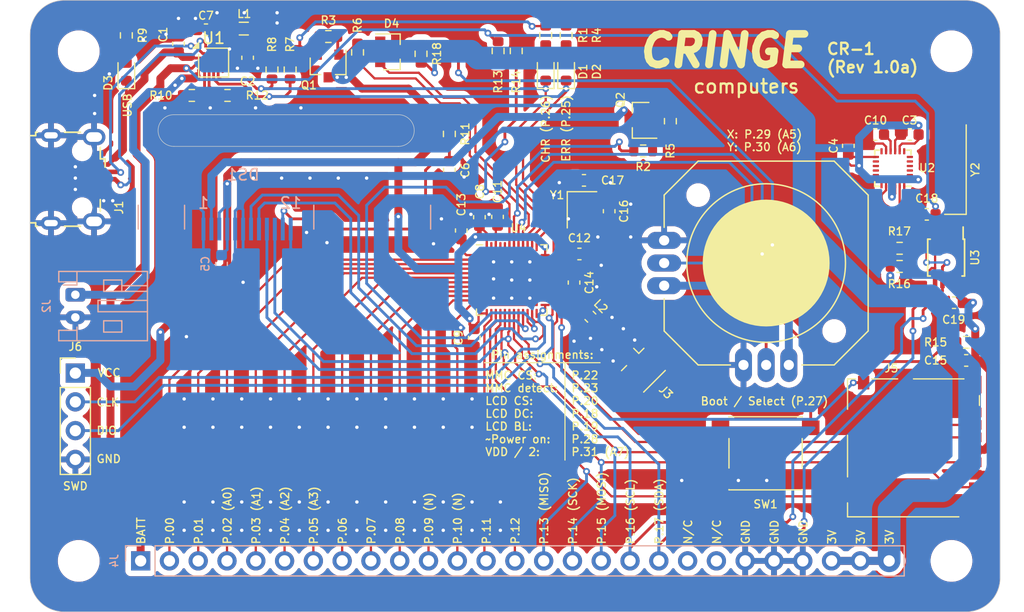
<source format=kicad_pcb>
(kicad_pcb (version 20240108) (generator "pcbnew") (generator_version "8.0")
  (title_block (title "CR-1") (date "2021-12-06") (rev "1.0") (company "Cringe computers"))
  (layers (0 "F.Cu" signal) (31 "B.Cu" signal) (34 "B.Paste" user) (35 "F.Paste" user) (36 "B.SilkS" user "B.Silkscreen") (37 "F.SilkS" user "F.Silkscreen") (38 "B.Mask" user) (39 "F.Mask" user) (44 "Edge.Cuts" user))
  (net 0 "")
  (net 1 "GND")
  (net 2 "VBAT")
  (net 3 "VBUS")
  (net 4 "VCC")
  (net 5 "/~{PMIC_ERROR}")
  (net 6 "Net-(Q1-S)")
  (net 7 "/~{PMIC_CHARGE}")
  (net 8 "Net-(U1-DEC)")
  (net 9 "/SWDCLK")
  (net 10 "/SWDIO")
  (net 11 "/MMC_DET")
  (net 12 "Net-(U2-REGOUT)")
  (net 13 "Net-(U4-DEC4)")
  (net 14 "/LCD_RESET")
  (net 15 "/LCD_BL_K")
  (net 16 "Net-(U4-DEC3)")
  (net 17 "/MMC_CS")
  (net 18 "/P00")
  (net 19 "/P01")
  (net 20 "/P02")
  (net 21 "/P03")
  (net 22 "/P04")
  (net 23 "/P05")
  (net 24 "/P06")
  (net 25 "/P07")
  (net 26 "/P08")
  (net 27 "/P09")
  (net 28 "/P10")
  (net 29 "/P11")
  (net 30 "/P12")
  (net 31 "/LCD_BL")
  (net 32 "/LCD_CS")
  (net 33 "/LCD_DC")
  (net 34 "VDD")
  (net 35 "Net-(U4-DEC1)")
  (net 36 "/~{PWR_ON}")
  (net 37 "/VDD_SENSE")
  (net 38 "Net-(U4-ANT)")
  (net 39 "Net-(U4-XC1)")
  (net 40 "/I2C_SDA")
  (net 41 "/I2C_SCL")
  (net 42 "/SPI_MOSI")
  (net 43 "/SPI_CLK")
  (net 44 "/SPI_MISO")
  (net 45 "Net-(U4-XC2)")
  (net 46 "Net-(D1-A)")
  (net 47 "Net-(D2-A)")
  (net 48 "Net-(D3-A)")
  (net 49 "Net-(Q1-G)")
  (net 50 "Net-(J1-D-)")
  (net 51 "/JS_Y")
  (net 52 "/JS_X")
  (net 53 "/BUTT_SB")
  (net 54 "Net-(J1-D+)")
  (net 55 "Net-(D4-Pad3)")
  (net 57 "Net-(J3-In)")
  (net 62 "Net-(U1-SW)")
  (net 63 "Net-(Q2-G)")
  (net 64 "Net-(U1-NTC)")
  (net 65 "Net-(U1-ICHG)")
  (net 69 "Net-(U3-OSCO)")
  (net 71 "Net-(U3-OSCI)")
  (footprint "Package_DFN_QFN:QFN-48-1EP_6x6mm_P0.4mm_EP4.6x4.6mm" (layer "F.Cu") (at 161.2 93.2)
    (property "Reference" "U4")
    (property "Value" "nRF52832-QFxx")
  )
  (footprint "MountingHole:MountingHole_3.2mm_M3_ISO7380" (layer "F.Cu") (at 123 118)
    (property "Reference" "H2" (hide yes))
    (property "Value" "Mounting hole")
  )
  (footprint "MountingHole:MountingHole_3.2mm_M3_ISO7380" (layer "F.Cu") (at 200 118)
    (property "Reference" "H3" (hide yes))
    (property "Value" "Mounting hole")
  )
  (footprint "MountingHole:MountingHole_3.2mm_M3_ISO7380" (layer "F.Cu") (at 200 73)
    (property "Reference" "H4" (hide yes))
    (property "Value" "Mounting hole")
  )
  (footprint "Package_CSP:ST_WLCSP-25_Die444" (layer "F.Cu") (at 134.9 74)
    (property "Reference" "U1")
    (property "Value" "nPM1100")
  )
  (footprint "Capacitor_SMD:C_0603_1608Metric" (layer "F.Cu") (at 169.8 87.125 90)
    (property "Reference" "C16")
    (property "Value" "12pf")
  )
  (footprint "Capacitor_SMD:C_0603_1608Metric" (layer "F.Cu") (at 167.175 90.9)
    (property "Reference" "C12")
    (property "Value" "100pF")
  )
  (footprint "Capacitor_SMD:C_0603_1608Metric" (layer "F.Cu") (at 131.8 72.325 90)
    (property "Reference" "C1")
    (property "Value" "2.2uF")
  )
  (footprint "Capacitor_SMD:C_0603_1608Metric" (layer "F.Cu") (at 167.575 84.4)
    (property "Reference" "C17")
    (property "Value" "12pf")
  )
  (footprint "Capacitor_SMD:C_0603_1608Metric" (layer "F.Cu") (at 134.225 71.1 180)
    (property "Reference" "C7")
    (property "Value" "10uF")
  )
  (footprint "Capacitor_SMD:C_0603_1608Metric" (layer "F.Cu") (at 158.35 87.65 90)
    (property "Reference" "C8")
    (property "Value" "100n")
  )
  (footprint "Capacitor_SMD:C_0603_1608Metric" (layer "F.Cu") (at 137.9 73.575 -90)
    (property "Reference" "C2")
    (property "Value" "10uF")
  )
  (footprint "Capacitor_SMD:C_0603_1608Metric" (layer "F.Cu") (at 157.9 98.3 -90)
    (property "Reference" "C9")
    (property "Value" "100n")
  )
  (footprint "Connector_USB:USB_Micro-B_Wuerth_629105150521" (layer "F.Cu") (at 122.5 84.3 -90)
    (property "Reference" "J1")
    (property "Value" "USB_B_Micro")
  )
  (footprint "Connector_PinHeader_2.54mm:PinHeader_1x04_P2.54mm_Vertical" (layer "F.Cu") (at 122.7 101.42)
    (property "Reference" "J6")
    (property "Value" "SWD")
  )
  (footprint "Inductor_SMD:L_0603_1608Metric" (layer "F.Cu") (at 168.143153 96.443153 135)
    (property "Reference" "L2")
    (property "Value" "3.9nH")
  )
  (footprint "Inductor_SMD:L_0805_2012Metric" (layer "F.Cu") (at 137.5625 71)
    (property "Reference" "L1")
    (property "Value" "2.2uH")
  )
  (footprint "Resistor_SMD:R_0603_1608Metric" (layer "F.Cu") (at 136.125 76.9)
    (property "Reference" "R12")
    (property "Value" "4.7k")
  )
  (footprint "Resistor_SMD:R_0603_1608Metric" (layer "F.Cu") (at 140.05 74.625 -90)
    (property "Reference" "R8")
    (property "Value" "4k7")
  )
  (footprint "Resistor_SMD:R_0603_1608Metric" (layer "F.Cu") (at 132.975 76.9)
    (property "Reference" "R10")
    (property "Value" "10K")
  )
  (footprint "Crystal:Crystal_SMD_EuroQuartz_X22-4Pin_2.5x2.0mm" (layer "F.Cu") (at 167.4 87 -90)
    (property "Reference" "Y1")
    (property "Value" "32MHz")
  )
  (footprint "Resistor_SMD:R_0603_1608Metric" (layer "F.Cu") (at 141.65 74.625 -90)
    (property "Reference" "R7")
    (property "Value" "4k7")
  )
  (footprint "Connector_Coaxial:U.FL_Hirose_U.FL-R-SMT-1_Vertical" (layer "F.Cu") (at 172.5 100.842462 -45)
    (property "Reference" "J3")
    (property "Value" "Conn_Coaxial")
  )
  (footprint "Capacitor_SMD:C_0603_1608Metric" (layer "F.Cu") (at 197.825 87.4 180)
    (property "Reference" "C18")
    (property "Value" "100n")
  )
  (footprint "MountingHole:MountingHole_3.2mm_M3_ISO7380" (layer "F.Cu") (at 123 73)
    (property "Reference" "H1" (hide yes))
    (property "Value" "Mounting hole")
  )
  (footprint "Capacitor_SMD:C_0603_1608Metric" (layer "F.Cu") (at 159.95 87.625 90)
    (property "Reference" "C11")
    (property "Value" "1uF")
  )
  (footprint "Capacitor_SMD:C_0603_1608Metric" (layer "F.Cu") (at 155.7 83.475 -90)
    (property "Reference" "C6")
    (property "Value" "100n")
  )
  (footprint "Capacitor_SMD:C_0603_1608Metric" (layer "F.Cu") (at 201.3 100.3 180)
    (property "Reference" "C15")
    (property "Value" "10uF")
  )
  (footprint "Connector_Card:microSD_HC_Molex_104031-0811" (layer "F.Cu") (at 196.65 108 -90)
    (property "Reference" "J5")
    (property "Value" "Micro SD")
  )
  (footprint "Resistor_SMD:R_0603_1608Metric" (layer "F.Cu") (at 201.3 98.7 180)
    (property "Reference" "R15")
    (property "Value" "10K")
  )
  (footprint "Capacitor_SMD:C_0603_1608Metric" (layer "F.Cu") (at 156.75 88.825 90)
    (property "Reference" "C13")
    (property "Value" "100n")
  )
  (footprint "Crystal:Crystal_SMD_SeikoEpson_MC146-4Pin_6.7x1.5mm" (layer "F.Cu") (at 200.35 83.45 90)
    (property "Reference" "Y2")
    (property "Value" "32768 Hz")
  )
  (footprint "Capacitor_SMD:C_0603_1608Metric" (layer "F.Cu") (at 196.325 80.35 180)
    (property "Reference" "C3")
    (property "Value" "100n")
  )
  (footprint "mini-thumbstick:mini-thumbstick" (layer "F.Cu") (at 183.65 91.7 180)
    (property "Reference" "RV1" (hide yes))
    (property "Value" "Thumbstick" (hide yes))
  )
  (footprint "Sensor_Motion:InvenSense_QFN-24_3x3mm_P0.4mm" (layer "F.Cu") (at 194.83 83.33 180)
    (property "Reference" "U2")
    (property "Value" "MPU-9250")
  )
  (footprint "Capacitor_SMD:C_0603_1608Metric" (layer "F.Cu") (at 190.9 81.35 90)
    (property "Reference" "C4")
    (property "Value" "100n")
  )
  (footprint "Capacitor_SMD:C_0603_1608Metric" (layer "F.Cu") (at 193.275 80.35 180)
    (property "Reference" "C10")
    (property "Value" "100n")
  )
  (footprint "Resistor_SMD:R_0603_1608Metric" (layer "F.Cu") (at 195.425 90.4)
    (property "Reference" "R17")
    (property "Value" "4.7K")
  )
  (footprint "Resistor_SMD:R_0603_1608Metric" (layer "F.Cu") (at 195.425 92)
    (property "Reference" "R16")
    (property "Value" "4.7K")
  )
  (footprint "Resistor_SMD:R_0603_1608Metric" (layer "F.Cu") (at 145.025 71.7)
    (property "Reference" "R3")
    (property "Value" "100K")
  )
  (footprint "Package_TO_SOT_SMD:SOT-23" (layer "F.Cu") (at 145 74.3 -90)
    (property "Reference" "Q1")
    (property "Value" "Q_PMOS_GSD")
  )
  (footprint "Resistor_SMD:R_0603_1608Metric" (layer "F.Cu") (at 155.7 80.3 -90)
    (property "Reference" "R11")
    (property "Value" "10K")
  )
  (footprint "Resistor_SMD:R_0603_1608Metric" (layer "F.Cu") (at 160 72.975 -90)
    (property "Reference" "R13")
    (property "Value" "1M")
  )
  (footprint "Resistor_SMD:R_0603_1608Metric" (layer "F.Cu") (at 161.6 72.975 90)
    (property "Reference" "R14")
    (property "Value" "1M")
  )
  (footprint "LED_SMD:LED_0603_1608Metric" (layer "F.Cu") (at 164.2 74.8 90)
    (property "Reference" "D1")
    (property "Value" "Charge")
  )
  (footprint "LED_SMD:LED_0603_1608Metric" (layer "F.Cu") (at 166 74.8 90)
    (property "Reference" "D2")
    (property "Value" "Charge error")
  )
  (footprint "Resistor_SMD:R_0603_1608Metric" (layer "F.Cu") (at 164.2 71.6 -90)
    (property "Reference" "R1")
    (property "Value" "1K")
  )
  (footprint "Resistor_SMD:R_0603_1608Metric" (layer "F.Cu") (at 127.2 71.6 -90)
    (property "Reference" "R9")
    (property "Value" "1K")
  )
  (footprint "LED_SMD:LED_0603_1608Metric" (layer "F.Cu") (at 127.2 74.8125 90)
    (property "Reference" "D3")
    (property "Value" "Input")
  )
  (footprint "Capacitor_SMD:C_0603_1608Metric" (layer "F.Cu") (at 200.225 95.2 180)
    (property "Reference" "C19")
    (property "Value" "100n")
  )
  (footprint "Resistor_SMD:R_0603_1608Metric" (layer "F.Cu") (at 172.8 81.8 180)
    (property "Reference" "R2")
    (property "Value" "100")
  )
  (footprint "Package_TO_SOT_SMD:SOT-23" (layer "F.Cu") (at 172.6 79.1 180)
    (property "Reference" "Q2")
    (property "Value" "....")
  )
  (footprint "Resistor_SMD:R_0603_1608Metric" (layer "F.Cu") (at 175.2 79.175 90)
    (property "Reference" "R5")
    (property "Value" "100K")
  )
  (footprint "Capacitor_SMD:C_0603_1608Metric" (layer "F.Cu") (at 166.7 93.425 90)
    (property "Reference" "C14")
    (property "Value" "0.8pF")
  )
  (footprint "Package_SO:TSSOP-8_3x3mm_P0.65mm" (layer "F.Cu") (at 199.53 91.22 -90)
    (property "Reference" "U3")
    (property "Value" "PCF85263ATT")
  )
  (footprint "Button_Switch_SMD:SW_SPST_PTS645" (layer "F.Cu") (at 183.6 108.5)
    (property "Reference" "SW1")
    (property "Value" "Boot / Switch")
  )
  (footprint "Resistor_SMD:R_0603_1608Metric" (layer "F.Cu") (at 147.6 73.1 90)
    (property "Reference" "R6")
    (property "Value" "100")
  )
  (footprint "Package_TO_SOT_SMD:SOT-23" (layer "F.Cu") (at 150.6 73.05)
    (property "Reference" "D4")
    (property "Value" "BAT54C")
  )
  (footprint "Resistor_SMD:R_0603_1608Metric" (layer "F.Cu") (at 153.2 73.225 90)
    (property "Reference" "R18")
    (property "Value" "10K")
  )
  (footprint "Resistor_SMD:R_0603_1608Metric" (layer "F.Cu") (at 166 71.6 -90)
    (property "Reference" "R4")
    (property "Value" "1K")
  )
  (footprint "Capacitor_SMD:C_0603_1608Metric" (layer "B.Cu") (at 135.6 91.775 -90)
    (property "Reference" "C5")
    (property "Value" "100n")
  )
  (footprint "st7789-ali:ST7789_ALI" (layer "B.Cu") (at 137.5 85.2 180)
    (property "Reference" "DS1")
    (property "Value" "ST7789_ALI")
  )
  (footprint "Connector_JST:JST_PH_S2B-PH-K_1x02_P2.00mm_Horizontal" (layer "B.Cu") (at 122.7 94.5 -90)
    (property "Reference" "J2")
    (property "Value" "Battery")
  )
  (footprint "Connector_PinHeader_2.54mm:PinHeader_1x27_P2.54mm_Vertical" (layer "B.Cu") (at 128.46 118 -90)
    (property "Reference" "J4")
    (property "Value" "Extension")
  )
  (gr_line (start 158.8 100.5) (end 169 100.5) (stroke (width 0.1)) (layer "F.SilkS"))
  (gr_line (start 165.9 100.5) (end 165.9 109.1) (stroke (width 0.1)) (layer "F.SilkS"))
  (gr_arc (start 118.698334 71.5) (mid 119.577502 69.377502) (end 121.7 68.498334) (stroke (width 0.05)) (layer "Edge.Cuts"))
  (gr_arc (start 201.3 68.498334) (mid 203.422498 69.377502) (end 204.301666 71.5) (stroke (width 0.05)) (layer "Edge.Cuts"))
  (gr_arc (start 121.7 122.501666) (mid 119.577502 121.622498) (end 118.698334 119.5) (stroke (width 0.05)) (layer "Edge.Cuts"))
  (gr_arc (start 204.301666 119.5) (mid 203.422498 121.622498) (end 201.3 122.501666) (stroke (width 0.05)) (layer "Edge.Cuts"))
  (gr_line (start 204.301666 71.5) (end 204.301666 119.5) (stroke (width 0.05)) (layer "Edge.Cuts"))
  (gr_line (start 118.698334 119.5) (end 118.698334 71.5) (stroke (width 0.05)) (layer "Edge.Cuts"))
  (gr_line (start 201.3 122.501666) (end 121.7 122.501666) (stroke (width 0.05)) (layer "Edge.Cuts"))
  (gr_line (start 121.7 68.498334) (end 201.3 68.498334) (stroke (width 0.05)) (layer "Edge.Cuts"))
  (gr_line (start 131.4 81.4) (end 151.2 81.4) (stroke (width 0.05)) (layer "Edge.Cuts"))
  (gr_arc (start 131.4 81.4) (mid 130 80) (end 131.4 78.6) (stroke (width 0.05)) (layer "Edge.Cuts"))
  (gr_arc (start 151.2 78.6) (mid 152.6 80) (end 151.2 81.4) (stroke (width 0.05)) (layer "Edge.Cuts"))
  (gr_line (start 151.2 78.6) (end 131.4 78.6) (stroke (width 0.05)) (layer "Edge.Cuts"))
  (gr_text "P.17 (SDA)" (at 174.22 116.6 90) (layer "F.SilkS") (effects (font (size 0.7 0.7) (thickness 0.12)) (justify left)))
  (gr_text "N/C" (at 176.76 116.6 90) (layer "F.SilkS") (effects (font (size 0.7 0.7) (thickness 0.12)) (justify left)))
  (gr_text "N/C" (at 179.3 116.6 90) (layer "F.SilkS") (effects (font (size 0.7 0.7) (thickness 0.12)) (justify left)))
  (gr_text "GND" (at 181.84 116.6 90) (layer "F.SilkS") (effects (font (size 0.7 0.7) (thickness 0.12)) (justify left)))
  (gr_text "ERR (P.25)" (at 166 76.8 90) (layer "F.SilkS") (effects (font (size 0.7 0.7) (thickness 0.12)) (justify right)))
  (gr_text "USB" (at 127.3 78.9 90) (layer "F.SilkS") (effects (font (size 0.7 0.7) (thickness 0.12)) (justify left)))
  (gr_text "BATT" (at 128.5 116.6 90) (layer "F.SilkS") (effects (font (size 0.7 0.7) (thickness 0.12)) (justify left)))
  (gr_text "P.00" (at 131.04 116.6 90) (layer "F.SilkS") (effects (font (size 0.7 0.7) (thickness 0.12)) (justify left)))
  (gr_text "P.01" (at 133.58 116.6 90) (layer "F.SilkS") (effects (font (size 0.7 0.7) (thickness 0.12)) (justify left)))
  (gr_text "P.02 (A0)" (at 136.12 116.6 90) (layer "F.SilkS") (effects (font (size 0.7 0.7) (thickness 0.12)) (justify left)))
  (gr_text "P.03 (A1)" (at 138.66 116.6 90) (layer "F.SilkS") (effects (font (size 0.7 0.7) (thickness 0.12)) (justify left)))
  (gr_text "P.04 (A2)" (at 141.2 116.6 90) (layer "F.SilkS") (effects (font (size 0.7 0.7) (thickness 0.12)) (justify left)))
  (gr_text "P.05 (A3)" (at 143.74 116.6 90) (layer "F.SilkS") (effects (font (size 0.7 0.7) (thickness 0.12)) (justify left)))
  (gr_text "P.06" (at 146.28 116.6 90) (layer "F.SilkS") (effects (font (size 0.7 0.7) (thickness 0.12)) (justify left)))
  (gr_text "P.07" (at 148.82 116.6 90) (layer "F.SilkS") (effects (font (size 0.7 0.7) (thickness 0.12)) (justify left)))
  (gr_text "P.08" (at 151.36 116.6 90) (layer "F.SilkS") (effects (font (size 0.7 0.7) (thickness 0.12)) (justify left)))
  (gr_text "P.09 (N)" (at 153.9 116.6 90) (layer "F.SilkS") (effects (font (size 0.7 0.7) (thickness 0.12)) (justify left)))
  (gr_text "P.10 (N)" (at 156.44 116.6 90) (layer "F.SilkS") (effects (font (size 0.7 0.7) (thickness 0.12)) (justify left)))
  (gr_text "P.11" (at 158.98 116.6 90) (layer "F.SilkS") (effects (font (size 0.7 0.7) (thickness 0.12)) (justify left)))
  (gr_text "P.12" (at 161.52 116.6 90) (layer "F.SilkS") (effects (font (size 0.7 0.7) (thickness 0.12)) (justify left)))
  (gr_text "P.13 (MISO)" (at 164.06 116.6 90) (layer "F.SilkS") (effects (font (size 0.7 0.7) (thickness 0.12)) (justify left)))
  (gr_text "P.14 (SCK)" (at 166.6 116.6 90) (layer "F.SilkS") (effects (font (size 0.7 0.7) (thickness 0.12)) (justify left)))
  (gr_text "P.15 (MOSI)" (at 169.14 116.6 90) (layer "F.SilkS") (effects (font (size 0.7 0.7) (thickness 0.12)) (justify left)))
  (gr_text "P.16 (SCL)" (at 171.68 116.6 90) (layer "F.SilkS") (effects (font (size 0.7 0.7) (thickness 0.12)) (justify left)))
  (gr_text "GND" (at 184.38 116.6 90) (layer "F.SilkS") (effects (font (size 0.7 0.7) (thickness 0.12)) (justify left)))
  (gr_text "GND" (at 186.92 116.6 90) (layer "F.SilkS") (effects (font (size 0.7 0.7) (thickness 0.12)) (justify left)))
  (gr_text "3V" (at 189.46 116.6 90) (layer "F.SilkS") (effects (font (size 0.7 0.7) (thickness 0.12)) (justify left)))
  (gr_text "3V" (at 192 116.6 90) (layer "F.SilkS") (effects (font (size 0.7 0.7) (thickness 0.12)) (justify left)))
  (gr_text "3V" (at 194.54 116.6 90) (layer "F.SilkS") (effects (font (size 0.7 0.7) (thickness 0.12)) (justify left)))
  (gr_text "DIO" (at 124.5 106.5 0) (layer "F.SilkS") (effects (font (size 0.7 0.7) (thickness 0.12)) (justify left)))
  (gr_text "VCC" (at 124.6 101.4 0) (layer "F.SilkS") (effects (font (size 0.7 0.7) (thickness 0.12)) (justify left)))
  (gr_text "computers" (at 181.9 76.1 0) (layer "F.SilkS") (effects (font (size 1.2 1.2) (thickness 0.2))))
  (gr_text "MMC CS:\nMMC detect:\nLCD CS:\nLCD DC:\nLCD BL:\n~Power on:\nVDD / 2:" (at 158.8 105 0) (layer "F.SilkS") (effects (font (size 0.7 0.7) (thickness 0.12)) (justify left)))
  (gr_text "CHR (P.26)" (at 164.2 76.8 90) (layer "F.SilkS") (effects (font (size 0.7 0.7) (thickness 0.12)) (justify right)))
  (gr_text "X: P.29 (A5)\nY: P.30 (A6)" (at 183.5 80.9 0) (layer "F.SilkS") (effects (font (size 0.7 0.7) (thickness 0.12))))
  (gr_text "CR-1\n(Rev 1.0a)" (at 188.9 73.6 0) (layer "F.SilkS") (effects (font (size 1 1) (thickness 0.2)) (justify left)))
  (gr_text "Boot / Select (P.27)" (at 183.5 103.9 0) (layer "F.SilkS") (effects (font (size 0.7 0.7) (thickness 0.12))))
  (gr_text "CRINGE" (at 179.9 72.95 0) (layer "F.SilkS") (effects (font (size 2.7 2.7) (thickness 0.675) (italic yes))))
  (gr_text "SWD" (at 122.7 111.4 0) (layer "F.SilkS") (effects (font (size 0.7 0.7) (thickness 0.12))))
  (gr_text "CLK" (at 124.5 104 0) (layer "F.SilkS") (effects (font (size 0.7 0.7) (thickness 0.12)) (justify left)))
  (gr_text "P.22\nP.23\nP.20\nP.18\nP.19\nP.28\nP.31 (A7)" (at 166.4 105 0) (layer "F.SilkS") (effects (font (size 0.7 0.7) (thickness 0.12)) (justify left)))
  (gr_text "Pin assignments:" (at 163.9 99.8 0) (layer "F.SilkS") (effects (font (size 0.7 0.7) (thickness 0.12))))
  (gr_text "GND" (at 124.5 109 0) (layer "F.SilkS") (effects (font (size 0.7 0.7) (thickness 0.12)) (justify left)))
  (segment (start 194.23 85.27) (end 193.75 85.75) (width 0.2) (layer "F.Cu") (net 1))
  (segment (start 194.23 81.43) (end 193.95 81.15) (width 0.2) (layer "F.Cu") (net 1))
  (segment (start 194.23 84.83) (end 194.23 85.27) (width 0.2) (layer "F.Cu") (net 1))
  (segment (start 194.23 81.83) (end 194.23 81.43) (width 0.2) (layer "F.Cu") (net 1))
  (segment (start 195.03 81.83) (end 195.03 80.87) (width 0.2) (layer "F.Cu") (net 1))
  (segment (start 195.03 80.87) (end 195.55 80.35) (width 0.2) (layer "F.Cu") (net 1))
  (segment (start 193.95 81.15) (end 192.95 81.15) (width 0.2) (layer "F.Cu") (net 1))
  (segment (start 165.8 92.6) (end 166.55 92.6) (width 0.2) (layer "F.Cu") (net 1))
  (segment (start 135.3 74.4) (end 135.3 74) (width 0.25) (layer "F.Cu") (net 1))
  (segment (start 198.25 88.35) (end 197.375 88.35) (width 0.25) (layer "F.Cu") (net 1))
  (segment (start 164.15 93) (end 165.4 93) (width 0.2) (layer "F.Cu") (net 1))
  (segment (start 124.4 85.6) (end 125.8 85.6) (width 0.25) (layer "F.Cu") (net 1))
  (segment (start 135.7 73.2) (end 136 73.2) (width 0.25) (layer "F.Cu") (net 1))
  (segment (start 134.9 74.4) (end 135.3 74.4) (width 0.25) (layer "F.Cu") (net 1))
  (segment (start 166.55 92.6) (end 166.6 92.65) (width 0.2) (layer "F.Cu") (net 1))
  (segment (start 193.33 84.33) (end 192.92 84.33) (width 0.2) (layer "F.Cu") (net 1))
  (segment (start 135.3 74.4) (end 135.7 74.4) (width 0.25) (layer "F.Cu") (net 1))
  (segment (start 198.555 88.655) (end 198.25 88.35) (width 0.25) (layer "F.Cu") (net 1))
  (segment (start 125.8 85.6) (end 126 85.8) (width 0.25) (layer "F.Cu") (net 1))
  (segment (start 136 73.2) (end 136.3 72.9) (width 0.25) (layer "F.Cu") (net 1))
  (segment (start 192.92 84.33) (end 192.7 84.55) (width 0.2) (layer "F.Cu") (net 1))
  (segment (start 166.2 87.8) (end 166.8 87.8) (width 0.7) (layer "F.Cu") (net 1))
  (segment (start 161.4 93) (end 161.2 93.2) (width 0.2) (layer "F.Cu") (net 1))
  (segment (start 160.2 92.2) (end 161.2 93.2) (width 0.2) (layer "F.Cu") (net 1))
  (segment (start 197.375 88.35) (end 196.425 87.4) (width 0.25) (layer "F.Cu") (net 1))
  (segment (start 160.2 90.25) (end 160.2 92.2) (width 0.2) (layer "F.Cu") (net 1))
  (segment (start 165.4 93) (end 165.8 92.6) (width 0.2) (layer "F.Cu") (net 1))
  (segment (start 135.7 74) (end 135.7 74.8) (width 0.25) (layer "F.Cu") (net 1))
  (segment (start 198.555 89.07) (end 198.555 88.655) (width 0.25) (layer "F.Cu") (net 1))
  (segment (start 202.1 110.395) (end 203.245 110.395) (width 0.7) (layer "F.Cu") (net 1))
  (segment (start 135.3 74) (end 135.7 74) (width 0.25) (layer "F.Cu") (net 1))
  (segment (start 164.15 93) (end 161.4 93) (width 0.2) (layer "F.Cu") (net 1))
  (segment (start 136.3 72.9) (end 136.3 72.8) (width 0.25) (layer "F.Cu") (net 1))
  (segment (start 135.7 74.4) (end 136.15 74.4) (width 0.25) (layer "F.Cu") (net 1))
  (via (at 132.3 103.7) (size 0.6) (drill 0.3) (layers "F.Cu" "B.Cu") (net 1))
  (via (at 134.84 103.7) (size 0.6) (drill 0.3) (layers "F.Cu" "B.Cu") (net 1))
  (via (at 137.38 103.7) (size 0.6) (drill 0.3) (layers "F.Cu" "B.Cu") (net 1))
  (via (at 139.92 103.7) (size 0.6) (drill 0.3) (layers "F.Cu" "B.Cu") (net 1))
  (via (at 142.46 103.7) (size 0.6) (drill 0.3) (layers "F.Cu" "B.Cu") (net 1))
  (via (at 145 103.7) (size 0.6) (drill 0.3) (layers "F.Cu" "B.Cu") (net 1))
  (via (at 147.54 103.7) (size 0.6) (drill 0.3) (layers "F.Cu" "B.Cu") (net 1))
  (via (at 150.08 103.7) (size 0.6) (drill 0.3) (layers "F.Cu" "B.Cu") (net 1))
  (via (at 152.62 103.7) (size 0.6) (drill 0.3) (layers "F.Cu" "B.Cu") (net 1))
  (via (at 155.16 103.7) (size 0.6) (drill 0.3) (layers "F.Cu" "B.Cu") (net 1))
  (via (at 132.3 106.2) (size 0.6) (drill 0.3) (layers "F.Cu" "B.Cu") (net 1))
  (via (at 134.84 106.2) (size 0.6) (drill 0.3) (layers "F.Cu" "B.Cu") (net 1))
  (via (at 137.38 106.2) (size 0.6) (drill 0.3) (layers "F.Cu" "B.Cu") (net 1))
  (via (at 139.92 106.2) (size 0.6) (drill 0.3) (layers "F.Cu" "B.Cu") (net 1))
  (via (at 142.46 106.2) (size 0.6) (drill 0.3) (layers "F.Cu" "B.Cu") (net 1))
  (via (at 145 106.2) (size 0.6) (drill 0.3) (layers "F.Cu" "B.Cu") (net 1))
  (via (at 147.54 106.2) (size 0.6) (drill 0.3) (layers "F.Cu" "B.Cu") (net 1))
  (via (at 150.08 106.2) (size 0.6) (drill 0.3) (layers "F.Cu" "B.Cu") (net 1))
  (via (at 152.62 106.2) (size 0.6) (drill 0.3) (layers "F.Cu" "B.Cu") (net 1))
  (via (at 155.16 106.2) (size 0.6) (drill 0.3) (layers "F.Cu" "B.Cu") (net 1))
  (via (at 132.3 112.8) (size 0.6) (drill 0.3) (layers "F.Cu" "B.Cu") (net 1))
  (via (at 134.84 112.8) (size 0.6) (drill 0.3) (layers "F.Cu" "B.Cu") (net 1))
  (via (at 137.38 112.8) (size 0.6) (drill 0.3) (layers "F.Cu" "B.Cu") (net 1))
  (via (at 139.92 112.8) (size 0.6) (drill 0.3) (layers "F.Cu" "B.Cu") (net 1))
  (via (at 142.46 112.8) (size 0.6) (drill 0.3) (layers "F.Cu" "B.Cu") (net 1))
  (via (at 145 112.8) (size 0.6) (drill 0.3) (layers "F.Cu" "B.Cu") (net 1))
  (via (at 147.54 112.8) (size 0.6) (drill 0.3) (layers "F.Cu" "B.Cu") (net 1))
  (via (at 150.08 112.8) (size 0.6) (drill 0.3) (layers "F.Cu" "B.Cu") (net 1))
  (via (at 152.62 112.8) (size 0.6) (drill 0.3) (layers "F.Cu" "B.Cu") (net 1))
  (via (at 155.16 112.8) (size 0.6) (drill 0.3) (layers "F.Cu" "B.Cu") (net 1))
  (via (at 132.3 115.3) (size 0.6) (drill 0.3) (layers "F.Cu" "B.Cu") (net 1))
  (via (at 134.84 115.3) (size 0.6) (drill 0.3) (layers "F.Cu" "B.Cu") (net 1))
  (via (at 137.38 115.3) (size 0.6) (drill 0.3) (layers "F.Cu" "B.Cu") (net 1))
  (via (at 139.92 115.3) (size 0.6) (drill 0.3) (layers "F.Cu" "B.Cu") (net 1))
  (via (at 142.46 115.3) (size 0.6) (drill 0.3) (layers "F.Cu" "B.Cu") (net 1))
  (via (at 145 115.3) (size 0.6) (drill 0.3) (layers "F.Cu" "B.Cu") (net 1))
  (via (at 147.54 115.3) (size 0.6) (drill 0.3) (layers "F.Cu" "B.Cu") (net 1))
  (via (at 150.08 115.3) (size 0.6) (drill 0.3) (layers "F.Cu" "B.Cu") (net 1))
  (via (at 152.62 115.3) (size 0.6) (drill 0.3) (layers "F.Cu" "B.Cu") (net 1))
  (via (at 155.16 115.3) (size 0.6) (drill 0.3) (layers "F.Cu" "B.Cu") (net 1))
  (via (at 157.7 112.8) (size 0.6) (drill 0.3) (layers "F.Cu" "B.Cu") (net 1))
  (via (at 157.7 106.2) (size 0.6) (drill 0.3) (layers "F.Cu" "B.Cu") (net 1))
  (via (at 157.7 115.3) (size 0.6) (drill 0.3) (layers "F.Cu" "B.Cu") (net 1))
  (via (at 157.7 103.7) (size 0.6) (drill 0.3) (layers "F.Cu" "B.Cu") (net 1))
  (via (at 160.2 112.8) (size 0.6) (drill 0.3) (layers "F.Cu" "B.Cu") (net 1))
  (via (at 160.2 115.3) (size 0.6) (drill 0.3) (layers "F.Cu" "B.Cu") (net 1))
  (via (at 169.15 99.35) (size 0.6) (drill 0.3) (layers "F.Cu" "B.Cu") (net 1))
  (via (at 170.15 100.35) (size 0.6) (drill 0.3) (layers "F.Cu" "B.Cu") (net 1))
  (via (at 172.05 98.5) (size 0.6) (drill 0.3) (layers "F.Cu" "B.Cu") (net 1))
  (via (at 170.05 96.5) (size 0.6) (drill 0.3) (layers "F.Cu" "B.Cu") (net 1))
  (via (at 171.05 97.5) (size 0.6) (drill 0.3) (layers "F.Cu" "B.Cu") (net 1))
  (via (at 142.6 78) (size 0.6) (drill 0.3) (layers "F.Cu" "B.Cu") (net 1))
  (via (at 138.6 78) (size 0.6) (drill 0.3) (layers "F.Cu" "B.Cu") (net 1))
  (via (at 140.9 84.2) (size 0.6) (drill 0.3) (layers "F.Cu" "B.Cu") (net 1))
  (via (at 143.4 84.2) (size 0.6) (drill 0.3) (layers "F.Cu" "B.Cu") (net 1))
  (via (at 145.9 84.2) (size 0.6) (drill 0.3) (layers "F.Cu" "B.Cu") (net 1))
  (via (at 148.4 84.2) (size 0.6) (drill 0.3) (layers "F.Cu" "B.Cu") (net 1))
  (via (at 181.2 110.9) (size 0.6) (drill 0.3) (layers "F.Cu" "B.Cu") (net 1))
  (via (at 183.7 110.9) (size 0.6) (drill 0.3) (layers "F.Cu" "B.Cu") (net 1))
  (via (at 162.8 94.8) (size 0.6) (drill 0.3) (layers "F.Cu" "B.Cu") (net 1))
  (via (at 162.8 93.2) (size 0.6) (drill 0.3) (layers "F.Cu" "B.Cu") (net 1))
  (via (at 159.6 93.1) (size 0.6) (drill 0.3) (layers "F.Cu" "B.Cu") (net 1))
  (via (at 126 86.2) (size 0.6) (drill 0.3) (layers "F.Cu" "B.Cu") (net 1))
  (via (at 161.2 91.6) (size 0.6) (drill 0.3) (layers "F.Cu" "B.Cu") (net 1))
  (via (at 140.5 70.5) (size 0.6) (drill 0.3) (layers "F.Cu" "B.Cu") (net 1))
  (via (at 137.6 69.6) (size 0.6) (drill 0.3) (layers "F.Cu" "B.Cu") (net 1))
  (via (at 159.2 87.4) (size 0.6) (drill 0.3) (layers "F.Cu" "B.Cu") (net 1))
  (via (at 143.1 89) (size 0.6) (drill 0.3) (layers "F.Cu" "B.Cu") (net 1))
  (via (at 135.2 69.6) (size 0.6) (drill 0.3) (layers "F.Cu" "B.Cu") (net 1))
  (via (at 159.6 94.8) (size 0.6) (drill 0.3) (layers "F.Cu" "B.Cu") (net 1))
  (via (at 125.2 86.2) (size 0.6) (drill 0.3) (layers "F.Cu" "B.Cu") (net 1))
  (via (at 125.7 75) (size 0.6) (drill 0.3) (layers "F.Cu" "B.Cu") (net 1))
  (via (at 140.5 69.6) (size 0.6) (drill 0.3) (layers "F.Cu" "B.Cu") (net 1))
  (via (at 128.7 72) (size 0.6) (drill 0.3) (layers "F.Cu" "B.Cu") (net 1))
  (via (at 159.6 91.6) (size 0.6) (drill 0.3) (layers "F.Cu" "B.Cu") (net 1))
  (via (at 171.7 86.5) (size 0.6) (drill 0.3) (layers "F.Cu" "B.Cu") (net 1))
  (via (at 137.5 93.4) (size 0.6) (drill 0.3) (layers "F.Cu" "B.Cu") (net 1))
  (via (at 138.4 84.2) (size 0.6) (drill 0.3) (layers "F.Cu" "B.Cu") (net 1))
  (via (at 131.8 70.1) (size 0.6) (drill 0.3) (layers "F.Cu" "B.Cu") (net 1))
  (via (at 154.3 90) (size 0.6) (drill 0.3) (layers "F.Cu" "B.Cu") (net 1))
  (via (at 157 84.1) (size 0.6) (drill 0.3) (layers "F.Cu" "B.Cu") (net 1))
  (via (at 156.7 97.4) (size 0.6) (drill 0.3) (layers "F.Cu" "B.Cu") (net 1))
  (via (at 161.2 93.2) (size 0.6) (drill 0.3) (layers "F.Cu" "B.Cu") (net 1))
  (via (at 124.4 76.9) (size 0.6) (drill 0.3) (layers "F.Cu" "B.Cu") (net 1))
  (via (at 161.2 94.8) (size 0.6) (drill 0.3) (layers "F.Cu" "B.Cu") (net 1))
  (via (at 169.1 91.9) (size 0.6) (drill 0.3) (layers "F.Cu" "B.Cu") (net 1))
  (via (at 122.7 84.2) (size 0.6) (drill 0.3) (layers "F.Cu" "B.Cu") (net 1))
  (via (at 138.8 74.5) (size 0.6) (drill 0.3) (layers "F.Cu" "B.Cu") (net 1))
  (via (at 176.2 110.9) (size 0.6) (drill 0.3) (layers "F.Cu" "B.Cu") (net 1))
  (via (at 166.7 98.6) (size 0.6) (drill 0.3) (layers "F.Cu" "B.Cu") (net 1))
  (via (at 157.6 87.4) (size 0.6) (drill 0.3) (layers "F.Cu" "B.Cu") (net 1))
  (via (at 134.6 78) (size 0.6) (drill 0.3) (layers "F.Cu" "B.Cu") (net 1))
  (via (at 137 74.5) (size 0.6) (drill 0.3) (layers "F.Cu" "B.Cu") (net 1))
  (via (at 169.9 84.6) (size 0.6) (drill 0.3) (layers "F.Cu" "B.Cu") (net 1))
  (via (at 130.6 78) (size 0.6) (drill 0.3) (layers "F.Cu" "B.Cu") (net 1))
  (via (at 165.4 84.6) (size 0.6) (drill 0.3) (layers "F.Cu" "B.Cu") (net 1))
  (via (at 124.4 78.5) (size 0.6) (drill 0.3) (layers "F.Cu" "B.Cu") (net 1))
  (via (at 136.3 72.8) (size 0.6) (drill 0.3) (layers "F.Cu" "B.Cu") (net 1))
  (via (at 144.9 89.9) (size 0.6) (drill 0.3) (layers "F.Cu" "B.Cu") (net 1))
  (via (at 168.8 89.4) (size 0.6) (drill 0.3) (layers "F.Cu" "B.Cu") (net 1))
  (via (at 122.7 85.2) (size 0.6) (drill 0.3) (layers "F.Cu" "B.Cu") (net 1))
  (via (at 164.9 85.7) (size 0.6) (drill 0.3) (layers "F.Cu" "B.Cu") (net 1))
  (via (at 132.5 98.2) (size 0.6) (drill 0.3) (layers "F.Cu" "B.Cu") (net 1))
  (via (at 122.7 83.2) (size 0.6) (drill 0.3) (layers "F.Cu" "B.Cu") (net 1))
  (via (at 133.3 70.1) (size 0.6) (drill 0.3) (layers "F.Cu" "B.Cu") (net 1))
  (via (at 130.7 71.5) (size 0.6) (drill 0.3) (layers "F.Cu" "B.Cu") (net 1))
  (via (at 168.15 98.35) (size 0.6) (drill 0.3) (layers "F.Cu" "B.Cu") (net 1))
  (via (at 168.7 93.8) (size 0.6) (drill 0.3) (layers "F.Cu" "B.Cu") (net 1))
  (via (at 171.7 89.4) (size 0.6) (drill 0.3) (layers "F.Cu" "B.Cu") (net 1))
  (via (at 155 87.8) (size 0.6) (drill 0.3) (layers "F.Cu" "B.Cu") (net 1))
  (via (at 166.2 87.8) (size 0.6) (drill 0.3) (layers "F.Cu" "B.Cu") (net 1))
  (via (at 162.8 91.6) (size 0.6) (drill 0.3) (layers "F.Cu" "B.Cu") (net 1))
  (segment (start 137.5 88.7) (end 137.5 90.8) (width 0.25) (layer "B.Cu") (net 1))
  (segment (start 134 88.7) (end 134 91.2) (width 0.25) (layer "B.Cu") (net 1))
  (segment (start 137.5 87) (end 137.4 86.9) (width 0.25) (layer "B.Cu") (net 1))
  (segment (start 134 88.7) (end 134 87.2) (width 0.25) (layer "B.Cu") (net 1))
  (segment (start 137.4 86.9) (end 137.4 86.4) (width 0.25) (layer "B.Cu") (net 1))
  (segment (start 137.5 88.7) (end 137.5 87) (width 0.25) (layer "B.Cu") (net 1))
  (segment (start 141.7 88.7) (end 141.7 90.4) (width 0.25) (layer "B.Cu") (net 1))
  (segment (start 136.8 88.7) (end 136.8 90.8) (width 0.25) (layer "B.Cu") (net 1))
  (segment (start 136.8 88.7) (end 136.8 87.1) (width 0.25) (layer "B.Cu") (net 1))
  (segment (start 134 87.2) (end 133.5 86.7) (width 0.25) (layer "B.Cu") (net 1))
  (segment (start 136.8 87.1) (end 137.15 86.75) (width 0.25) (layer "B.Cu") (net 1))
  (segment (start 141.7 90.4) (end 141.9 90.6) (width 0.25) (layer "B.Cu") (net 1))
  (segment (start 131.5 76) (end 132.1 75.4) (width 0.7) (layer "F.Cu") (net 2))
  (segment (start 134.1 74.4) (end 134.5 74.4) (width 0.25) (layer "F.Cu") (net 2))
  (segment (start 133.574995 74.674995) (end 133.574995 75.025005) (width 0.25) (layer "F.Cu") (net 2))
  (segment (start 133.2 75.4) (end 133.4 75.2) (width 0.7) (layer "F.Cu") (net 2))
  (segment (start 133.574995 75.025005) (end 133.4 75.2) (width 0.25) (layer "F.Cu") (net 2))
  (segment (start 134.1 74.4) (end 133.84999 74.4) (width 0.25) (layer "F.Cu") (net 2))
  (segment (start 133.84999 74.4) (end 133.574995 74.674995) (width 0.25) (layer "F.Cu") (net 2))
  (segment (start 132.1 75.4) (end 132.1 75.4) (width 0.7) (layer "F.Cu") (net 2))
  (segment (start 132.1 75.4) (end 133.2 75.4) (width 0.7) (layer "F.Cu") (net 2))
  (via (at 132.1 75.4) (size 0.6) (drill 0.3) (layers "F.Cu" "B.Cu") (net 2))
  (via (at 131.5 76) (size 0.6) (drill 0.3) (layers "F.Cu" "B.Cu") (net 2))
  (segment (start 127.8 78) (end 129.2 76.6) (width 0.7) (layer "B.Cu") (net 2))
  (segment (start 128.9 92.9) (end 128.9 82.8) (width 0.7) (layer "B.Cu") (net 2))
  (segment (start 129.2 76.6) (end 130.9 76.6) (width 0.7) (layer "B.Cu") (net 2))
  (segment (start 131.5 76) (end 132.1 75.4) (width 0.7) (layer "B.Cu") (net 2))
  (segment (start 128.9 82.8) (end 127.8 81.7) (width 0.7) (layer "B.Cu") (net 2))
  (segment (start 127.8 81.7) (end 127.8 78) (width 0.7) (layer "B.Cu") (net 2))
  (segment (start 122.7 94.5) (end 127.3 94.5) (width 0.7) (layer "B.Cu") (net 2))
  (segment (start 127.3 94.5) (end 128.9 92.9) (width 0.7) (layer "B.Cu") (net 2))
  (segment (start 130.9 76.6) (end 131.5 76) (width 0.7) (layer "B.Cu") (net 2))
  (segment (start 128.8 74.9) (end 130.6 73.1) (width 0.7) (layer "F.Cu") (net 3))
  (segment (start 132.2 73.5) (end 132.9 73.5) (width 0.7) (layer "F.Cu") (net 3))
  (segment (start 130.6 73.1) (end 131.8 73.1) (width 0.7) (layer "F.Cu") (net 3))
  (segment (start 126.9 81.7) (end 126.9 77.4) (width 0.7) (layer "F.Cu") (net 3))
  (segment (start 126.2 82.4) (end 126.9 81.7) (width 0.7) (layer "F.Cu") (net 3))
  (segment (start 127.2 75.6) (end 127.2 77.1) (width 0.25) (layer "F.Cu") (net 3))
  (segment (start 126.9 77.4) (end 127.2 77.1) (width 0.7) (layer "F.Cu") (net 3))
  (segment (start 127.2 77.1) (end 128.8 75.5) (width 0.7) (layer "F.Cu") (net 3))
  (segment (start 124.4 83) (end 125.6 83) (width 0.4) (layer "F.Cu") (net 3))
  (segment (start 133 73.6) (end 132.9 73.5) (width 0.25) (layer "F.Cu") (net 3))
  (segment (start 128.8 75.5) (end 128.8 74.9) (width 0.7) (layer "F.Cu") (net 3))
  (segment (start 125.6 83) (end 126.2 82.4) (width 0.4) (layer "F.Cu") (net 3))
  (segment (start 134.5 73.6) (end 134.1 73.6) (width 0.25) (layer "F.Cu") (net 3))
  (segment (start 134.1 73.6) (end 133 73.6) (width 0.25) (layer "F.Cu") (net 3))
  (segment (start 131.8 73.1) (end 132.2 73.5) (width 0.7) (layer "F.Cu") (net 3))
  (segment (start 196.33 84.33) (end 197.069992 84.33) (width 0.2) (layer "F.Cu") (net 4))
  (segment (start 197.1 80.35) (end 197.1 79.550024) (width 0.25) (layer "F.Cu") (net 4))
  (segment (start 197.1 79.550024) (end 197.099988 79.550012) (width 0.25) (layer "F.Cu") (net 4))
  (segment (start 196.75 81.15) (end 197.1 80.8) (width 0.2) (layer "F.Cu") (net 4))
  (segment (start 195.03 85.57) (end 194.75 85.85) (width 0.2) (layer "F.Cu") (net 4))
  (segment (start 195.03 84.83) (end 195.03 85.57) (width 0.2) (layer "F.Cu") (net 4))
  (segment (start 195.43 81.37) (end 195.65 81.15) (width 0.2) (layer "F.Cu") (net 4))
  (segment (start 197.1 80.8) (end 197.1 80.35) (width 0.2) (layer "F.Cu") (net 4))
  (segment (start 195.43 81.83) (end 195.43 81.37) (width 0.2) (layer "F.Cu") (net 4))
  (segment (start 195.65 81.15) (end 196.75 81.15) (width 0.2) (layer "F.Cu") (net 4))
  (segment (start 194.6 90.4) (end 194.6 92.80001) (width 0.2) (layer "F.Cu") (net 4))
  (segment (start 190.9 82.85) (end 190.9 82.125) (width 0.2) (layer "F.Cu") (net 4))
  (segment (start 152.1 76.3) (end 154.1 78.3) (width 0.7) (layer "F.Cu") (net 4))
  (segment (start 203.4 107.7) (end 203.4 101.2) (width 0.7) (layer "F.Cu") (net 4))
  (segment (start 136.1 84) (end 137.299992 82.800008) (width 0.7) (layer "F.Cu") (net 4))
  (segment (start 158.35 89.05) (end 158 89.4) (width 0.4) (layer "F.Cu") (net 4))
  (segment (start 151.2 82.8) (end 151.2 87.6) (width 0.7) (layer "F.Cu") (net 4))
  (segment (start 136.1 91.9) (end 130.2 97.8) (width 0.7) (layer "F.Cu") (net 4))
  (segment (start 145 75.3) (end 146.6 75.3) (width 0.7) (layer "F.Cu") (net 4))
  (segment (start 146.6 75.3) (end 147 75.3) (width 0.7) (layer "F.Cu") (net 4))
  (segment (start 195.1 118) (end 189.42 118) (width 0.7) (layer "F.Cu") (net 4))
  (segment (start 202.5 100.3) (end 202.1 100.3) (width 0.7) (layer "F.Cu") (net 4))
  (segment (start 159 89.075) (end 158.35 88.425) (width 0.2) (layer "F.Cu") (net 4))
  (segment (start 153.2 74.05) (end 153.55 74.05) (width 0.25) (layer "F.Cu") (net 4))
  (segment (start 148 76.3) (end 152.1 76.3) (width 0.7) (layer "F.Cu") (net 4))
  (segment (start 147 75.3) (end 148 76.3) (width 0.7) (layer "F.Cu") (net 4))
  (segment (start 200.505 94.705) (end 200.9 95.1) (width 0.25) (layer "F.Cu") (net 4))
  (segment (start 157.5 96.6) (end 157.5 97.125) (width 0.25) (layer "F.Cu") (net 4))
  (segment (start 164.15 91) (end 164.15 90.249999) (width 0.2) (layer "F.Cu") (net 4))
  (segment (start 154.125 79.475) (end 154.1 79.5) (width 0.7) (layer "F.Cu") (net 4))
  (segment (start 155.7 79.475) (end 154.125 79.475) (width 0.7) (layer "F.Cu") (net 4))
  (segment (start 200.505 93.37) (end 200.505 94.705) (width 0.25) (layer "F.Cu") (net 4))
  (segment (start 154.1 79.5) (end 154.1 81.4) (width 0.7) (layer "F.Cu") (net 4))
  (segment (start 158.45 96.15) (end 158.275 96.325) (width 0.2) (layer "F.Cu") (net 4))
  (segment (start 136.1 84.7) (end 136.1 91.9) (width 0.7) (layer "F.Cu") (net 4))
  (segment (start 157.9 97.25) (end 157.9 97.525) (width 0.2) (layer "F.Cu") (net 4))
  (segment (start 191.15 83.1) (end 190.9 82.85) (width 0.2) (layer "F.Cu") (net 4))
  (segment (start 158.275 96.875) (end 157.9 97.25) (width 0.2) (layer "F.Cu") (net 4))
  (segment (start 201.1 95.2) (end 201.9 95.2) (width 0.7) (layer "F.Cu") (net 4))
  (segment (start 159 96.15) (end 158.45 96.15) (width 0.2) (layer "F.Cu") (net 4))
  (segment (start 203.4 101.2) (end 202.5 100.3) (width 0.7) (layer "F.Cu") (net 4))
  (segment (start 151.2 82.8) (end 139.800008 82.8) (width 0.7) (layer "F.Cu") (net 4))
  (segment (start 157.5 97.125) (end 157.9 97.525) (width 0.25) (layer "F.Cu") (net 4))
  (segment (start 193.33 82.33) (end 191.105 82.33) (width 0.2) (layer "F.Cu") (net 4))
  (segment (start 158.275 96.325) (end 158.275 96.875) (width 0.2) (layer "F.Cu") (net 4))
  (segment (start 191.105 82.33) (end 190.9 82.125) (width 0.2) (layer "F.Cu") (net 4))
  (segment (start 191.85 83.1) (end 191.15 83.1) (width 0.2) (layer "F.Cu") (net 4))
  (segment (start 137.299992 82.800008) (end 139.8 82.800008) (width 0.7) (layer "F.Cu") (net 4))
  (segment (start 153.55 74.05) (end 154.4 74.9) (width 0.25) (layer "F.Cu") (net 4))
  (segment (start 152.7 82.8) (end 151.2 82.8) (width 0.7) (layer "F.Cu") (net 4))
  (segment (start 159 90.25) (end 159 89.075) (width 0.2) (layer "F.Cu") (net 4))
  (segment (start 202.1 108.195) (end 202.905 108.195) (width 0.7) (layer "F.Cu") (net 4))
  (segment (start 202.905 108.195) (end 203.4 107.7) (width 0.7) (layer "F.Cu") (net 4))
  (segment (start 202.1 97.5) (end 202.1 100.275) (width 0.7) (layer "F.Cu") (net 4))
  (segment (start 154.1 81.4) (end 152.7 82.8) (width 0.7) (layer "F.Cu") (net 4))
  (segment (start 202.1 100.275) (end 202.075 100.3) (width 0.7) (layer "F.Cu") (net 4))
  (segment (start 151.2 87.6) (end 151.199986 87.600014) (width 0.7) (layer "F.Cu") (net 4))
  (segment (start 154.1 78.3) (end 154.1 79.5) (width 0.7) (layer "F.Cu") (net 4))
  (segment (start 136.1 84.7) (end 136.1 84) (width 0.7) (layer "F.Cu") (net 4))
  (segment (start 158.35 88.425) (end 158.35 89.05) (width 0.4) (layer "F.Cu") (net 4))
  (via (at 197.099988 79.550012) (size 0.6) (drill 0.3) (layers "F.Cu" "B.Cu") (net 4))
  (via (at 194.75 85.85) (size 0.6) (drill 0.3) (layers "F.Cu" "B.Cu") (net 4))
  (via (at 197.069992 84.33) (size 0.6) (drill 0.3) (layers "F.Cu" "B.Cu") (net 4))
  (via (at 191.85 83.1) (size 0.6) (drill 0.3) (layers "F.Cu" "B.Cu") (net 4))
  (via (at 151.199986 87.600014) (size 0.6) (drill 0.3) (layers "F.Cu" "B.Cu") (net 4))
  (via (at 201.9 95.2) (size 0.6) (drill 0.3) (layers "F.Cu" "B.Cu") (net 4))
  (via (at 145.8 75.3) (size 0.6) (drill 0.3) (layers "F.Cu" "B.Cu") (net 4))
  (via (at 157.5 96.6) (size 0.6) (drill 0.3) (layers "F.Cu" "B.Cu") (net 4))
  (via (at 164.15 90.249999) (size 0.6) (drill 0.3) (layers "F.Cu" "B.Cu") (net 4))
  (via (at 158 89.4) (size 0.6) (drill 0.3) (layers "F.Cu" "B.Cu") (net 4))
  (via (at 194.6 92.80001) (size 0.6) (drill 0.3) (layers "F.Cu" "B.Cu") (net 4))
  (via (at 146.6 75.3) (size 0.6) (drill 0.3) (layers "F.Cu" "B.Cu") (net 4))
  (via (at 136.1 84.7) (size 0.6) (drill 0.3) (layers "F.Cu" "B.Cu") (net 4))
  (via (at 154.4 74.9) (size 0.6) (drill 0.3) (layers "F.Cu" "B.Cu") (net 4))
  (via (at 130.2 97.8) (size 0.6) (drill 0.3) (layers "F.Cu" "B.Cu") (net 4))
  (via (at 202.1 97.5) (size 0.6) (drill 0.3) (layers "F.Cu" "B.Cu") (net 4))
  (segment (start 136.1 84.7) (end 136.1 84.7) (width 0.7) (layer "B.Cu") (net 4))
  (segment (start 157.5 96.6) (end 156.5 95.6) (width 0.7) (layer "B.Cu") (net 4))
  (segment (start 191.85 83.45) (end 191.85 80.65) (width 0.7) (layer "B.Cu") (net 4))
  (segment (start 135.4 88.7) (end 135.4 87.25) (width 0.25) (layer "B.Cu") (net 4))
  (segment (start 157.6 73) (end 158.2 73.6) (width 2) (layer "B.Cu") (net 4))
  (segment (start 122.7 101.42) (end 122.72 101.4) (width 0.7) (layer "B.Cu") (net 4))
  (segment (start 184.65 94.95) (end 189 90.6) (width 0.7) (layer "B.Cu") (net 4))
  (segment (start 146.3 74.9) (end 148.2 73) (width 2) (layer "B.Cu") (net 4))
  (segment (start 122.72 101.4) (end 124.6 101.4) (width 0.7) (layer "B.Cu") (net 4))
  (segment (start 183.35 93.7) (end 185.65 96) (width 0.7) (layer "B.Cu") (net 4))
  (segment (start 127.9 102.6) (end 130.2 100.3) (width 0.7) (layer "B.Cu") (net 4))
  (segment (start 192.949988 79.550012) (end 197.099988 79.550012) (width 0.7) (layer "B.Cu") (net 4))
  (segment (start 163.300001 89.4) (end 164.15 90.249999) (width 0.7) (layer "B.Cu") (net 4))
  (segment (start 152.8 92.2) (end 151.199986 90.599986) (width 0.7) (layer "B.Cu") (net 4))
  (segment (start 174.65 93.7) (end 183.35 93.7) (width 0.7) (layer "B.Cu") (net 4))
  (segment (start 130.2 100.3) (end 130.2 97.8) (width 0.7) (layer "B.Cu") (net 4))
  (segment (start 188.9 90.5) (end 187 88.6) (width 2) (layer "B.Cu") (net 4))
  (segment (start 201.5 95.6) (end 201.9 95.2) (width 0.7) (layer "B.Cu") (net 4))
  (segment (start 191.85 81.55) (end 187.15 81.55) (width 0.7) (layer "B.Cu") (net 4))
  (segment (start 194.6 92.80001) (end 194.6 94.6) (width 0.7) (layer "B.Cu") (net 4))
  (segment (start 194.5 113.5) (end 196.2 111.8) (width 2) (layer "B.Cu") (net 4))
  (segment (start 196.2 111.8) (end 199.2 111.8) (width 2) (layer "B.Cu") (net 4))
  (segment (start 195.1 94.6) (end 193 94.6) (width 2) (layer "B.Cu") (net 4))
  (segment (start 192.7 84.3) (end 191.85 83.45) (width 0.7) (layer "B.Cu") (net 4))
  (segment (start 181.4 73.6) (end 187 79.2) (width 2) (layer "B.Cu") (net 4))
  (segment (start 201.6 109.4) (end 201.6 101.1) (width 2) (layer "B.Cu") (net 4))
  (segment (start 156.5 95.6) (end 156.5 90.9) (width 0.7) (layer "B.Cu") (net 4))
  (segment (start 185.65 96) (end 185.65 100.7) (width 0.7) (layer "B.Cu") (net 4))
  (segment (start 187 88.6) (end 187 81.7) (width 2) (layer "B.Cu") (net 4))
  (segment (start 201.6 101.1) (end 199.7 99.2) (width 2) (layer "B.Cu") (net 4))
  (segment (start 202.1 97.5) (end 201.5 96.9) (width 0.7) (layer "B.Cu") (net 4))
  (segment (start 198.2 94.6) (end 195.1 94.6) (width 2) (layer "B.Cu") (net 4))
  (segment (start 148.2 73) (end 153.7 73) (width 2) (layer "B.Cu") (net 4))
  (segment (start 197.039992 84.3) (end 192.7 84.3) (width 0.7) (layer "B.Cu") (net 4))
  (segment (start 199.7 99.2) (end 199.7 96.1) (width 2) (layer "B.Cu") (net 4))
  (segment (start 136.1 88.7) (end 136.1 86.55) (width 0.25) (layer "B.Cu") (net 4))
  (segment (start 193 94.6) (end 189.75 91.35) (width 2) (layer "B.Cu") (net 4))
  (segment (start 151.199986 90.599986) (end 151.199986 87.600014) (width 0.7) (layer "B.Cu") (net 4))
  (segment (start 201.5 96.9) (end 201.5 95.6) (width 0.7) (layer "B.Cu") (net 4))
  (segment (start 136.1 90.5) (end 135.6 91) (width 0.25) (layer "B.Cu") (net 4))
  (segment (start 125.8 102.6) (end 127.9 102.6) (width 0.7) (layer "B.Cu") (net 4))
  (segment (start 194.5 118) (end 194.5 113.5) (width 2) (layer "B.Cu") (net 4))
  (segment (start 199.2 111.8) (end 201.6 109.4) (width 2) (layer "B.Cu") (net 4))
  (segment (start 156.5 90.9) (end 158 89.4) (width 0.7) (layer "B.Cu") (net 4))
  (segment (start 135.4 87.25) (end 136.1 86.55) (width 0.25) (layer "B.Cu") (net 4))
  (segment (start 156.5 92.2) (end 152.8 92.2) (width 0.7) (layer "B.Cu") (net 4))
  (segment (start 189.75 91.35) (end 188.9 90.5) (width 2) (layer "B.Cu") (net 4))
  (segment (start 197.069992 84.33) (end 197.039992 84.3) (width 0.7) (layer "B.Cu") (net 4))
  (segment (start 187 79.2) (end 187 81.7) (width 2) (layer "B.Cu") (net 4))
  (segment (start 158.2 73.6) (end 181.4 73.6) (width 2) (layer "B.Cu") (net 4))
  (segment (start 136.1 86.55) (end 136.1 84.7) (width 0.7) (layer "B.Cu") (net 4))
  (segment (start 199.7 96.1) (end 198.2 94.6) (width 2) (layer "B.Cu") (net 4))
  (segment (start 158 89.4) (end 163.300001 89.4) (width 0.7) (layer "B.Cu") (net 4))
  (segment (start 191.85 80.65) (end 192.949988 79.550012) (width 0.7) (layer "B.Cu") (net 4))
  (segment (start 136.1 88.7) (end 136.1 90.5) (width 0.25) (layer "B.Cu") (net 4))
  (segment (start 199.45 96.5) (end 201.5 96.5) (width 0.7) (layer "B.Cu") (net 4))
  (segment (start 153.7 73) (end 157.6 73) (width 2) (layer "B.Cu") (net 4))
  (segment (start 154.4 74.9) (end 154.4 73.7) (width 0.4) (layer "B.Cu") (net 4))
  (segment (start 184.6 94.95) (end 184.65 94.95) (width 0.7) (layer "B.Cu") (net 4))
  (segment (start 124.6 101.4) (end 125.8 102.6) (width 0.7) (layer "B.Cu") (net 4))
  (segment (start 194.75 85.85) (end 194.75 84.35) (width 0.7) (layer "B.Cu") (net 4))
  (segment (start 187.15 81.55) (end 187 81.7) (width 0.7) (layer "B.Cu") (net 4))
  (segment (start 189.42 118) (end 194.5 118) (width 0.7) (layer "B.Cu") (net 4))
  (segment (start 154.4 73.7) (end 153.7 73) (width 0.4) (layer "B.Cu") (net 4))
  (segment (start 141.199992 77.000008) (end 139.8 77.000008) (width 0.25) (layer "F.Cu") (net 5))
  (segment (start 141.65 75.45) (end 141.65 76.55) (width 0.25) (layer "F.Cu") (net 5))
  (segment (start 164.2 88.9) (end 163.4 89.7) (width 0.2) (layer "F.Cu") (net 5))
  (segment (start 135.35 75.9) (end 137.5 75.9) (width 0.25) (layer "F.Cu") (net 5))
  (segment (start 166 75.5875) (end 166 76.300004) (width 0.25) (layer "F.Cu") (net 5))
  (segment (start 137.5 75.9) (end 138.600008 77.000008) (width 0.25) (layer "F.Cu") (net 5))
  (segment (start 141.65 76.55) (end 141.199992 77.000008) (width 0.25) (layer "F.Cu") (net 5))
  (segment (start 163.4 89.7) (end 163.4 90.25) (width 0.2) (layer "F.Cu") (net 5))
  (segment (start 162.2 84.6) (end 164.2 86.6) (width 0.2) (layer "F.Cu") (net 5))
  (segment (start 138.600008 77.000008) (end 139.8 77.000008) (width 0.25) (layer "F.Cu") (net 5))
  (segment (start 134.9 74.8) (end 134.9 75.45) (width 0.25) (layer "F.Cu") (net 5))
  (segment (start 166 76.6) (end 162.2 80.4) (width 0.2) (layer "F.Cu") (net 5))
  (segment (start 162.2 80.4) (end 162.2 84.6) (width 0.2) (layer "F.Cu") (net 5))
  (segment (start 166 76.300004) (end 166 76.6) (width 0.2) (layer "F.Cu") (net 5))
  (segment (start 164.2 86.6) (end 164.2 88.9) (width 0.2) (layer "F.Cu") (net 5))
  (segment (start 134.9 75.45) (end 135.35 75.9) (width 0.25) (layer "F.Cu") (net 5))
  (via (at 139.8 77.000008) (size 0.6) (drill 0.3) (layers "F.Cu" "B.Cu") (net 5))
  (via (at 166 76.300004) (size 0.6) (drill 0.3) (layers "F.Cu" "B.Cu") (net 5))
  (segment (start 139.8 77.000008) (end 165.299996 77.000008) (width 0.25) (layer "B.Cu") (net 5))
  (segment (start 165.299996 77.000008) (end 166 76.300004) (width 0.25) (layer "B.Cu") (net 5))
  (segment (start 142.5 71.8) (end 142.5 71.8) (width 0.25) (layer "F.Cu") (net 6))
  (segment (start 137.9 71.7) (end 137.9 72.8) (width 0.7) (layer "F.Cu") (net 6))
  (segment (start 139 73.4) (end 139 73.1) (width 0.25) (layer "F.Cu") (net 6))
  (segment (start 138.6 71) (end 137.9 71.7) (width 0.7) (layer "F.Cu") (net 6))
  (segment (start 144.2 73.15) (end 144.2 71.7) (width 0.25) (layer "F.Cu") (net 6))
  (segment (start 137.9 72.8) (end 142.5 72.8) (width 0.7) (layer "F.Cu") (net 6))
  (segment (start 166 70.775) (end 163.025 70.775) (width 0.2) (layer "F.Cu") (net 6))
  (segment (start 142.5 72.8) (end 142.5 71.8) (width 0.25) (layer "F.Cu") (net 6))
  (segment (start 142.5 72.8) (end 143 73.3) (width 0.7) (layer "F.Cu") (net 6))
  (segment (start 138.625 71) (end 138.6 71) (width 0.7) (layer "F.Cu") (net 6))
  (segment (start 136.8 73.6) (end 137.2 73.2) (width 0.25) (layer "F.Cu") (net 6))
  (segment (start 163.025 70.775) (end 163 70.8) (width 0.2) (layer "F.Cu") (net 6))
  (segment (start 137.6 72.8) (end 136.95 73.45) (width 0.7) (layer "F.Cu") (net 6))
  (segment (start 135.7 73.6) (end 136.8 73.6) (width 0.25) (layer "F.Cu") (net 6))
  (segment (start 137.9 72.8) (end 137.6 72.8) (width 0.7) (layer "F.Cu") (net 6))
  (segment (start 143 73.3) (end 144.05 73.3) (width 0.7) (layer "F.Cu") (net 6))
  (segment (start 141.65 73.8) (end 139.4 73.8) (width 0.25) (layer "F.Cu") (net 6))
  (segment (start 144.05 73.3) (end 144.2 73.15) (width 0.25) (layer "F.Cu") (net 6))
  (segment (start 139.4 73.8) (end 139 73.4) (width 0.25) (layer "F.Cu") (net 6))
  (via (at 163 70.8) (size 0.6) (drill 0.3) (layers "F.Cu" "B.Cu") (net 6))
  (via (at 142.5 71.8) (size 0.6) (drill 0.3) (layers "F.Cu" "B.Cu") (net 6))
  (segment (start 162.6 70.4) (end 163 70.8) (width 0.25) (layer "B.Cu") (net 6))
  (segment (start 143.9 70.4) (end 162.6 70.4) (width 0.25) (layer "B.Cu") (net 6))
  (segment (start 142.5 71.8) (end 143.9 70.4) (width 0.25) (layer "B.Cu") (net 6))
  (segment (start 164.2 75.5875) (end 164.2 76.50001) (width 0.25) (layer "F.Cu") (net 7))
  (segment (start 135.3 74.8) (end 135.3 75.25) (width 0.25) (layer "F.Cu") (net 7))
  (segment (start 139.8 76.3) (end 140.05 76.05) (width 0.25) (layer "F.Cu") (net 7))
  (segment (start 163.7 86.9) (end 161.6 84.8) (width 0.2) (layer "F.Cu") (net 7))
  (segment (start 140.05 76.05) (end 140.05 75.45) (width 0.25) (layer "F.Cu") (net 7))
  (segment (start 164.2 77.4) (end 164.2 76.299992) (width 0.2) (layer "F.Cu") (net 7))
  (segment (start 138.7 76.3) (end 139.099998 76.3) (width 0.25) (layer "F.Cu") (net 7))
  (segment (start 163.7 88.7) (end 163.7 86.9) (width 0.2) (layer "F.Cu") (net 7))
  (segment (start 135.3 75.25) (end 135.550003 75.500003) (width 0.25) (layer "F.Cu") (net 7))
  (segment (start 137.900003 75.500003) (end 138.7 76.3) (width 0.25) (layer "F.Cu") (net 7))
  (segment (start 163 89.4) (end 163.7 88.7) (width 0.2) (layer "F.Cu") (net 7))
  (segment (start 139.099998 76.3) (end 139.8 76.3) (width 0.25) (layer "F.Cu") (net 7))
  (segment (start 161.6 80) (end 164.2 77.4) (width 0.2) (layer "F.Cu") (net 7))
  (segment (start 163 90.25) (end 163 89.4) (width 0.2) (layer "F.Cu") (net 7))
  (segment (start 161.6 84.8) (end 161.6 80) (width 0.2) (layer "F.Cu") (net 7))
  (segment (start 135.550003 75.500003) (end 137.900003 75.500003) (width 0.25) (layer "F.Cu") (net 7))
  (via (at 164.2 76.299992) (size 0.6) (drill 0.3) (layers "F.Cu" "B.Cu") (net 7))
  (via (at 139.099998 76.3) (size 0.6) (drill 0.3) (layers "F.Cu" "B.Cu") (net 7))
  (segment (start 139.099998 76.3) (end 164.199992 76.3) (width 0.25) (layer "B.Cu") (net 7))
  (segment (start 164.199992 76.3) (end 164.2 76.299992) (width 0.25) (layer "B.Cu") (net 7))
  (segment (start 134.9 71.2) (end 135 71.1) (width 0.25) (layer "F.Cu") (net 8))
  (segment (start 134.9 73.6) (end 135.3 73.6) (width 0.25) (layer "F.Cu") (net 8))
  (segment (start 134.9 73.6) (end 134.9 71.2) (width 0.25) (layer "F.Cu") (net 8))
  (segment (start 164.15 95.695992) (end 163.945992 95.9) (width 0.2) (layer "F.Cu") (net 9))
  (segment (start 164.15 95.4) (end 164.15 95.695992) (width 0.2) (layer "F.Cu") (net 9))
  (via (at 163.945992 95.9) (size 0.6) (drill 0.3) (layers "F.Cu" "B.Cu") (net 9))
  (segment (start 159.6 101.8) (end 162.1 99.3) (width 0.25) (layer "B.Cu") (net 9))
  (segment (start 163.5 99.3) (end 164.1 98.7) (width 0.25) (layer "B.Cu") (net 9))
  (segment (start 164.1 97.3) (end 163.6 96.8) (width 0.25) (layer "B.Cu") (net 9))
  (segment (start 163.6 96.245992) (end 163.945992 95.9) (width 0.25) (layer "B.Cu") (net 9))
  (segment (start 163.6 96.8) (end 163.6 96.245992) (width 0.25) (layer "B.Cu") (net 9))
  (segment (start 164.1 98.7) (end 164.1 97.3) (width 0.25) (layer "B.Cu") (net 9))
  (segment (start 127.94 103.96) (end 130.1 101.8) (width 0.25) (layer "B.Cu") (net 9))
  (segment (start 122.7 103.96) (end 127.94 103.96) (width 0.25) (layer "B.Cu") (net 9))
  (segment (start 130.1 101.8) (end 159.6 101.8) (width 0.25) (layer "B.Cu") (net 9))
  (segment (start 162.1 99.3) (end 163.5 99.3) (width 0.25) (layer "B.Cu") (net 9))
  (segment (start 164.6 95) (end 164.800303 95.200303) (width 0.2) (layer "F.Cu") (net 10))
  (segment (start 164.800303 96.250389) (end 164.500304 96.550388) (width 0.2) (layer "F.Cu") (net 10))
  (segment (start 164.800303 95.200303) (end 164.800303 96.250389) (width 0.2) (layer "F.Cu") (net 10))
  (segment (start 164.15 95) (end 164.6 95) (width 0.2) (layer "F.Cu") (net 10))
  (via (at 164.500304 96.550388) (size 0.6) (drill 0.3) (layers "F.Cu" "B.Cu") (net 10))
  (segment (start 162.8 99.9) (end 164 99.9) (width 0.25) (layer "B.Cu") (net 10))
  (segment (start 160.2 102.5) (end 162.8 99.9) (width 0.25) (layer "B.Cu") (net 10))
  (segment (start 126.5 106.5) (end 130.5 102.5) (width 0.25) (layer "B.Cu") (net 10))
  (segment (start 130.5 102.5) (end 160.2 102.5) (width 0.25) (layer "B.Cu") (net 10))
  (segment (start 164 99.9) (end 164.8 99.1) (width 0.25) (layer "B.Cu") (net 10))
  (segment (start 122.7 106.5) (end 126.5 106.5) (width 0.25) (layer "B.Cu") (net 10))
  (segment (start 164.8 99.1) (end 164.8 96.850084) (width 0.25) (layer "B.Cu") (net 10))
  (segment (start 164.8 96.850084) (end 164.500304 96.550388) (width 0.25) (layer "B.Cu") (net 10))
  (segment (start 197.9375 100.4) (end 199.6375 98.7) (width 0.25) (layer "F.Cu") (net 11))
  (segment (start 199.6375 98.7) (end 200.475 98.7) (width 0.25) (layer "F.Cu") (net 11))
  (segment (start 165 94.2) (end 165.6 94.8) (width 0.2) (layer "F.Cu") (net 11))
  (segment (start 165.6 94.8) (end 165.6 97.4) (width 0.2) (layer "F.Cu") (net 11))
  (segment (start 192.25 100.95) (end 192.8 100.4) (width 0.25) (layer "F.Cu") (net 11))
  (segment (start 192.25 102.26) (end 192.25 100.95) (width 0.25) (layer "F.Cu") (net 11))
  (segment (start 192.25 102.26) (end 191.340006 102.26) (width 0.25) (layer "F.Cu") (net 11))
  (segment (start 192.8 100.4) (end 197.9375 100.4) (width 0.25) (layer "F.Cu") (net 11))
  (segment (start 164.15 94.2) (end 165 94.2) (width 0.2) (layer "F.Cu") (net 11))
  (via (at 165.6 97.4) (size 0.6) (drill 0.3) (layers "F.Cu" "B.Cu") (net 11))
  (via (at 191.340006 102.26) (size 0.6) (drill 0.3) (layers "F.Cu" "B.Cu") (net 11))
  (segment (start 165.6 101.2) (end 169.9 105.5) (width 0.25) (layer "B.Cu") (net 11))
  (segment (start 165.6 97.4) (end 165.6 101.2) (width 0.25) (layer "B.Cu") (net 11))
  (segment (start 169.9 105.5) (end 188.100006 105.5) (width 0.25) (layer "B.Cu") (net 11))
  (segment (start 188.100006 105.5) (end 191.340006 102.26) (width 0.25) (layer "B.Cu") (net 11))
  (segment (start 194.63 81.83) (end 194.63 80.93) (width 0.2) (layer "F.Cu") (net 12))
  (segment (start 194.63 80.93) (end 194.55 80.85) (width 0.2) (layer "F.Cu") (net 12))
  (segment (start 194.55 80.85) (end 194.05 80.35) (width 0.2) (layer "F.Cu") (net 12))
  (segment (start 159.8 88.55) (end 159.95 88.4) (width 0.2) (layer "F.Cu") (net 13))
  (segment (start 159.8 90.25) (end 159.8 88.55) (width 0.2) (layer "F.Cu") (net 13))
  (segment (start 155.7 81.125) (end 155.7 82.7) (width 0.25) (layer "F.Cu") (net 14))
  (segment (start 152.7 88.7) (end 153.6 87.8) (width 0.25) (layer "F.Cu") (net 14))
  (segment (start 154.4 82.7) (end 155.7 82.7) (width 0.25) (layer "F.Cu") (net 14))
  (segment (start 141.1 87.1) (end 141.8 87.8) (width 0.25) (layer "F.Cu") (net 14))
  (segment (start 153.6 87.8) (end 153.6 83.5) (width 0.25) (layer "F.Cu") (net 14))
  (segment (start 146.15 88.7) (end 152.7 88.7) (width 0.25) (layer "F.Cu") (net 14))
  (segment (start 141.8 87.8) (end 145.25 87.8) (width 0.25) (layer "F.Cu") (net 14))
  (segment (start 153.6 83.5) (end 154.4 82.7) (width 0.25) (layer "F.Cu") (net 14))
  (segment (start 145.25 87.8) (end 146.15 88.7) (width 0.25) (layer "F.Cu") (net 14))
  (via (at 141.1 87.1) (size 0.6) (drill 0.3) (layers "F.Cu" "B.Cu") (net 14))
  (segment (start 141.1 87.1) (end 141.1 87.1) (width 0.25) (layer "B.Cu") (net 14))
  (segment (start 141 88.7) (end 141 87.2) (width 0.25) (layer "B.Cu") (net 14))
  (segment (start 141 87.2) (end 141.1 87.1) (width 0.25) (layer "B.Cu") (net 14))
  (segment (start 171.6 78.699974) (end 171.100026 78.2) (width 0.7) (layer "F.Cu") (net 15))
  (segment (start 171.6 79.1) (end 171.6 78.699974) (width 0.7) (layer "F.Cu") (net 15))
  (via (at 171.100026 78.2) (size 0.6) (drill 0.3) (layers "F.Cu" "B.Cu") (net 15))
  (segment (start 160 78.8) (end 170.500026 78.8) (width 0.7) (layer "B.Cu") (net 15))
  (segment (start 156 82.8) (end 160 78.8) (width 0.7) (layer "B.Cu") (net 15))
  (segment (start 134.7 86.55) (end 134.7 88.7) (width 0.25) (layer "B.Cu") (net 15))
  (segment (start 135.9 82.8) (end 156 82.8) (width 0.7) (layer "B.Cu") (net 15))
  (segment (start 134.7 84) (end 135.9 82.8) (width 0.7) (layer "B.Cu") (net 15))
  (segment (start 134.7 86.55) (end 134.7 84) (width 0.7) (layer "B.Cu") (net 15))
  (segment (start 170.500026 78.8) (end 171.100026 78.2) (width 0.7) (layer "B.Cu") (net 15))
  (segment (start 165.3 92.2) (end 166.4 91.1) (width 0.2) (layer "F.Cu") (net 16))
  (segment (start 166.4 91.1) (end 166.4 90.9) (width 0.2) (layer "F.Cu") (net 16))
  (segment (start 164.15 92.2) (end 165.3 92.2) (width 0.2) (layer "F.Cu") (net 16))
  (segment (start 165.2 96.85) (end 164.875 97.175) (width 0.2) (layer "F.Cu") (net 17))
  (segment (start 195.005 105.995) (end 202.1 105.995) (width 0.2) (layer "F.Cu") (net 17))
  (segment (start 164.8 94.6) (end 165.2 95) (width 0.2) (layer "F.Cu") (net 17))
  (segment (start 164.875 100.275) (end 172.1 107.5) (width 0.2) (layer "F.Cu") (net 17))
  (segment (start 193.5 107.5) (end 195.005 105.995) (width 0.2) (layer "F.Cu") (net 17))
  (segment (start 164.15 94.6) (end 164.8 94.6) (width 0.2) (layer "F.Cu") (net 17))
  (segment (start 165.2 95) (end 165.2 96.85) (width 0.2) (layer "F.Cu") (net 17))
  (segment (start 172.1 107.5) (end 193.5 107.5) (width 0.2) (layer "F.Cu") (net 17))
  (segment (start 164.875 97.175) (end 164.875 100.275) (width 0.2) (layer "F.Cu") (net 17))
  (segment (start 131 102) (end 141.6 91.4) (width 0.2) (layer "F.Cu") (net 18))
  (segment (start 131 118) (end 131 102) (width 0.2) (layer "F.Cu") (net 18))
  (segment (start 141.6 91.4) (end 158.25 91.4) (width 0.2) (layer "F.Cu") (net 18))
  (segment (start 133.54 101.46) (end 143.2 91.8) (width 0.2) (layer "F.Cu") (net 19))
  (segment (start 143.2 91.8) (end 158.25 91.8) (width 0.2) (layer "F.Cu") (net 19))
  (segment (start 133.54 118) (end 133.54 101.46) (width 0.2) (layer "F.Cu") (net 19))
  (segment (start 136.08 100.92) (end 136.08 118) (width 0.2) (layer "F.Cu") (net 20))
  (segment (start 158.25 92.2) (end 144.8 92.2) (width 0.2) (layer "F.Cu") (net 20))
  (segment (start 144.8 92.2) (end 136.08 100.92) (width 0.2) (layer "F.Cu") (net 20))
  (segment (start 146.4 92.6) (end 138.62 100.38) (width 0.2) (layer "F.Cu") (net 21))
  (segment (start 138.62 100.38) (end 138.62 118) (width 0.2) (layer "F.Cu") (net 21))
  (segment (start 158.25 92.6) (end 146.4 92.6) (width 0.2) (layer "F.Cu") (net 21))
  (segment (start 141.16 118) (end 141.16 99.84) (width 0.2) (layer "F.Cu") (net 22))
  (segment (start 141.16 99.84) (end 148 93) (width 0.2) (layer "F.Cu") (net 22))
  (segment (start 148 93) (end 158.25 93) (width 0.2) (layer "F.Cu") (net 22))
  (segment (start 149.6 93.4) (end 143.7 99.3) (width 0.2) (layer "F.Cu") (net 23))
  (segment (start 158.25 93.4) (end 149.6 93.4) (width 0.2) (layer "F.Cu") (net 23))
  (segment (start 143.7 99.3) (end 143.7 118) (width 0.2) (layer "F.Cu") (net 23))
  (segment (start 146.24 98.76) (end 151.2 93.8) (width 0.2) (layer "F.Cu") (net 24))
  (segment (start 151.2 93.8) (end 158.25 93.8) (width 0.2) (layer "F.Cu") (net 24))
  (segment (start 146.24 118) (end 146.24 98.76) (width 0.2) (layer "F.Cu") (net 24))
  (segment (start 152.8 94.2) (end 148.78 98.22) (width 0.2) (layer "F.Cu") (net 25))
  (segment (start 148.78 98.22) (end 148.78 118) (width 0.2) (layer "F.Cu") (net 25))
  (segment (start 158.25 94.2) (end 152.8 94.2) (width 0.2) (layer "F.Cu") (net 25))
  (segment (start 151.32 118) (end 151.32 97.68) (width 0.2) (layer "F.Cu") (net 26))
  (segment (start 154.4 94.6) (end 158.25 94.6) (width 0.2) (layer "F.Cu") (net 26))
  (segment (start 151.32 97.68) (end 154.4 94.6) (width 0.2) (layer "F.Cu") (net 26))
  (segment (start 153.86 97.169314) (end 156.029314 95) (width 0.2) (layer "F.Cu") (net 27))
  (segment (start 156.029314 95) (end 158.25 95) (width 0.2) (layer "F.Cu") (net 27))
  (segment (start 153.86 118) (end 153.86 97.169314) (width 0.2) (layer "F.Cu") (net 27))
  (segment (start 156 98.9) (end 156 97) (width 0.2) (layer "F.Cu") (net 28))
  (segment (start 157.6 95.4) (end 158.25 95.4) (width 0.2) (layer "F.Cu") (net 28))
  (segment (start 156.4 99.3) (end 156 98.9) (width 0.2) (layer "F.Cu") (net 28))
  (segment (start 156 97) (end 157.6 95.4) (width 0.2) (layer "F.Cu") (net 28))
  (segment (start 156.4 118) (end 156.4 99.3) (width 0.2) (layer "F.Cu") (net 28))
  (segment (start 158.790483 117.850483) (end 158.94 118) (width 0.2) (layer "F.Cu") (net 29))
  (segment (start 159.4 96.679616) (end 158.790483 97.289133) (width 0.2) (layer "F.Cu") (net 29))
  (segment (start 159.4 96.15) (end 159.4 96.679616) (width 0.2) (layer "F.Cu") (net 29))
  (segment (start 158.790483 97.289133) (end 158.790483 117.850483) (width 0.2) (layer "F.Cu") (net 29))
  (segment (start 161.48 108.58) (end 161.48 118) (width 0.2) (layer "F.Cu") (net 30))
  (segment (start 159.3 104.3) (end 161.48 106.48) (width 0.2) (layer "F.Cu") (net 30))
  (segment (start 159.8 96.9) (end 159.3 97.4) (width 0.2) (layer "F.Cu") (net 30))
  (segment (start 161.48 106.48) (end 161.48 108.58) (width 0.2) (layer "F.Cu") (net 30))
  (segment (start 159.3 97.4) (end 159.3 104.3) (width 0.2) (layer "F.Cu") (net 30))
  (segment (start 159.8 96.15) (end 159.8 96.9) (width 0.2) (layer "F.Cu") (net 30))
  (segment (start 170.9 81.8) (end 170.7 81.6) (width 0.25) (layer "F.Cu") (net 31))
  (segment (start 170.7 81.6) (end 170.7 81) (width 0.25) (layer "F.Cu") (net 31))
  (segment (start 171.975 81.8) (end 170.9 81.8) (width 0.25) (layer "F.Cu") (net 31))
  (segment (start 162.6 96.15) (end 162.6 96.9) (width 0.2) (layer "F.Cu") (net 31))
  (segment (start 162.6 96.9) (end 163.2 97.5) (width 0.2) (layer "F.Cu") (net 31))
  (via (at 170.7 81) (size 0.6) (drill 0.3) (layers "F.Cu" "B.Cu") (net 31))
  (via (at 163.2 97.5) (size 0.6) (drill 0.3) (layers "F.Cu" "B.Cu") (net 31))
  (segment (start 163.149996 96.949996) (end 162.3 96.1) (width 0.25) (layer "B.Cu") (net 31))
  (segment (start 159.4 96.1) (end 157.2 98.3) (width 0.25) (layer "B.Cu") (net 31))
  (segment (start 156.7 86.3) (end 160.4 86.3) (width 0.25) (layer "B.Cu") (net 31))
  (segment (start 150 85) (end 155.4 85) (width 0.25) (layer "B.Cu") (net 31))
  (segment (start 170.3 81.4) (end 170.7 81) (width 0.25) (layer "B.Cu") (net 31))
  (segment (start 160.4 86.3) (end 161 85.7) (width 0.25) (layer "B.Cu") (net 31))
  (segment (start 153.2 98.3) (end 148.4 93.5) (width 0.25) (layer "B.Cu") (net 31))
  (segment (start 148.4 86.6) (end 150 85) (width 0.25) (layer "B.Cu") (net 31))
  (segment (start 161 85.7) (end 161 84.65) (width 0.25) (layer "B.Cu") (net 31))
  (segment (start 161 84.65) (end 164.25 81.4) (width 0.25) (layer "B.Cu") (net 31))
  (segment (start 155.4 85) (end 156.7 86.3) (width 0.25) (layer "B.Cu") (net 31))
  (segment (start 162.3 96.1) (end 159.4 96.1) (width 0.25) (layer "B.Cu") (net 31))
  (segment (start 157.2 98.3) (end 153.2 98.3) (width 0.25) (layer "B.Cu") (net 31))
  (segment (start 148.4 93.5) (end 148.4 86.6) (width 0.25) (layer "B.Cu") (net 31))
  (segment (start 163.149996 97.5) (end 163.149996 96.949996) (width 0.25) (layer "B.Cu") (net 31))
  (segment (start 164.25 81.4) (end 170.3 81.4) (width 0.25) (layer "B.Cu") (net 31))
  (segment (start 164 98.05) (end 163.65 98.4) (width 0.2) (layer "F.Cu") (net 32))
  (segment (start 163.6 96.9) (end 164 97.3) (width 0.2) (layer "F.Cu") (net 32))
  (segment (start 163.3 96.9) (end 163.6 96.9) (width 0.2) (layer "F.Cu") (net 32))
  (segment (start 164 97.3) (end 164 98.05) (width 0.2) (layer "F.Cu") (net 32))
  (segment (start 163.65 98.4) (end 163.3 98.4) (width 0.2) (layer "F.Cu") (net 32))
  (segment (start 163 96.15) (end 163 96.6) (width 0.2) (layer "F.Cu") (net 32))
  (segment (start 163 96.6) (end 163.3 96.9) (width 0.2) (layer "F.Cu") (net 32))
  (via (at 163.3 98.4) (size 0.6) (drill 0.3) (layers "F.Cu" "B.Cu") (net 32))
  (segment (start 147 87.8) (end 147 94.3) (width 0.25) (layer "B.Cu") (net 32))
  (segment (start 138.9 88.7) (end 138.9 86.9) (width 0.25) (layer "B.Cu") (net 32))
  (segment (start 152.4 99.7) (end 158 99.7) (width 0.25) (layer "B.Cu") (net 32))
  (segment (start 138.9 86.9) (end 139.4 86.4) (width 0.25) (layer "B.Cu") (net 32))
  (segment (start 162.1 98.4) (end 163.3 98.4) (width 0.25) (layer "B.Cu") (net 32))
  (segment (start 147 94.3) (end 152.4 99.7) (width 0.25) (layer "B.Cu") (net 32))
  (segment (start 161.2 97.5) (end 162.1 98.4) (width 0.25) (layer "B.Cu") (net 32))
  (segment (start 139.4 86.4) (end 145.6 86.4) (width 0.25) (layer "B.Cu") (net 32))
  (segment (start 158 99.7) (end 160.2 97.5) (width 0.25) (layer "B.Cu") (net 32))
  (segment (start 145.6 86.4) (end 147 87.8) (width 0.25) (layer "B.Cu") (net 32))
  (segment (start 160.2 97.5) (end 161.2 97.5) (width 0.25) (layer "B.Cu") (net 32))
  (segment (start 162.2 97.3) (end 162.4 97.5) (width 0.2) (layer "F.Cu") (net 33))
  (segment (start 162.4 97.5) (end 162.3 97.5) (width 0.2) (layer "F.Cu") (net 33))
  (segment (start 162.2 96.15) (end 162.2 97.3) (width 0.2) (layer "F.Cu") (net 33))
  (via (at 162.4 97.5) (size 0.6) (drill 0.3) (layers "F.Cu" "B.Cu") (net 33))
  (segment (start 145.9 85.7) (end 147.7 87.5) (width 0.25) (layer "B.Cu") (net 33))
  (segment (start 147.7 93.9) (end 152.8 99) (width 0.25) (layer "B.Cu") (net 33))
  (segment (start 159.8 96.8) (end 161.6 96.8) (width 0.25) (layer "B.Cu") (net 33))
  (segment (start 147.7 87.5) (end 147.7 93.9) (width 0.25) (layer "B.Cu") (net 33))
  (segment (start 138.2 88.7) (end 138.2 86.7) (width 0.25) (layer "B.Cu") (net 33))
  (segment (start 152.8 99) (end 157.6 99) (width 0.25) (layer "B.Cu") (net 33))
  (segment (start 157.6 99) (end 159.8 96.8) (width 0.25) (layer "B.Cu") (net 33))
  (segment (start 139.2 85.7) (end 145.9 85.7) (width 0.25) (layer "B.Cu") (net 33))
  (segment (start 161.6 96.8) (end 162.3 97.5) (width 0.25) (layer "B.Cu") (net 33))
  (segment (start 138.2 86.7) (end 139.2 85.7) (width 0.25) (layer "B.Cu") (net 33))
  (segment (start 130.2 75.4) (end 131.1 74.5) (width 0.7) (layer "F.Cu") (net 34))
  (segment (start 199.205 89.07) (end 199.205 87.805) (width 0.25) (layer "F.Cu") (net 34))
  (segment (start 198.6 86.7) (end 198.600003 86.699997) (width 0.25) (layer "F.Cu") (net 34))
  (segment (start 198.6 87.4) (end 198.6 86.7) (width 0.25) (layer "F.Cu") (net 34))
  (segment (start 134.1 74) (end 133.5 74) (width 0.25) (layer "F.Cu") (net 34))
  (segment (start 128.8 91.9) (end 128.8 82.8) (width 0.7) (layer "F.Cu") (net 34))
  (segment (start 159.85 72.15) (end 159.1 71.4) (width 0.25) (layer "F.Cu") (net 34))
  (segment (start 199.205 87.805) (end 198.8 87.4) (width 0.25) (layer "F.Cu") (net 34))
  (segment (start 130.2 76.1) (end 130.2 75.4) (width 0.7) (layer "F.Cu") (net 34))
  (segment (start 128.1 78.2) (end 130.2 76.1) (width 0.7) (layer "F.Cu") (net 34))
  (segment (start 160 72.15) (end 159.85 72.15) (width 0.25) (layer "F.Cu") (net 34))
  (segment (start 128.1 82.1) (end 128.1 78.2) (width 0.7) (layer "F.Cu") (net 34))
  (segment (start 128.46 113.76) (end 125.8 111.1) (width 0.7) (layer "F.Cu") (net 34))
  (segment (start 125.8 111.1) (end 125.8 94.9) (width 0.7) (layer "F.Cu") (net 34))
  (segment (start 133.5 74) (end 133 74.5) (width 0.25) (layer "F.Cu") (net 34))
  (segment (start 128.46 118) (end 128.46 113.76) (width 0.7) (layer "F.Cu") (net 34))
  (segment (start 125.8 94.9) (end 128.8 91.9) (width 0.7) (layer "F.Cu") (net 34))
  (segment (start 128.8 82.8) (end 128.1 82.1) (width 0.7) (layer "F.Cu") (net 34))
  (segment (start 132.499994 74.5) (end 133 74.5) (width 0.25) (layer "F.Cu") (net 34))
  (segment (start 198.8 87.4) (end 198.6 87.4) (width 0.25) (layer "F.Cu") (net 34))
  (segment (start 131.1 74.5) (end 132.499994 74.5) (width 0.7) (layer "F.Cu") (net 34))
  (segment (start 134.1 74) (end 134.9 74) (width 0.25) (layer "F.Cu") (net 34))
  (via (at 159.1 71.4) (size 0.6) (drill 0.3) (layers "F.Cu" "B.Cu") (net 34))
  (via (at 132.499994 74.5) (size 0.6) (drill 0.3) (layers "F.Cu" "B.Cu") (net 34))
  (via (at 198.600003 86.699997) (size 0.6) (drill 0.3) (layers "F.Cu" "B.Cu") (net 34))
  (segment (start 147.7 71.1) (end 158.8 71.1) (width 0.25) (layer "B.Cu") (net 34))
  (segment (start 197.9 78.5) (end 197.9 85.999994) (width 0.25) (layer "B.Cu") (net 34))
  (segment (start 133.599994 75.5) (end 143.3 75.5) (width 0.25) (layer "B.Cu") (net 34))
  (segment (start 196.8 77.4) (end 197.9 78.5) (width 0.25) (layer "B.Cu") (net 34))
  (segment (start 189.9 77.4) (end 196.8 77.4) (width 0.25) (layer "B.Cu") (net 34))
  (segment (start 197.9 85.999994) (end 198.600003 86.699997) (width 0.25) (layer "B.Cu") (net 34))
  (segment (start 158.8 71.1) (end 159.3 71.6) (width 0.25) (layer "B.Cu") (net 34))
  (segment (start 143.3 75.5) (end 147.7 71.1) (width 0.25) (layer "B.Cu") (net 34))
  (segment (start 184.1 71.6) (end 189.9 77.4) (width 0.25) (layer "B.Cu") (net 34))
  (segment (start 132.499994 74.4) (end 132.499994 74.4) (width 0.25) (layer "B.Cu") (net 34))
  (segment (start 132.499994 74.4) (end 133.599994 75.5) (width 0.25) (layer "B.Cu") (net 34))
  (segment (start 159.3 71.6) (end 184.1 71.6) (width 0.25) (layer "B.Cu") (net 34))
  (segment (start 158.25 91) (end 157.2 91) (width 0.2) (layer "F.Cu") (net 35))
  (segment (start 157.2 91) (end 156.75 90.55) (width 0.2) (layer "F.Cu") (net 35))
  (segment (start 156.75 90.55) (end 156.75 89.6) (width 0.2) (layer "F.Cu") (net 35))
  (segment (start 162.2 88.9) (end 162.2 90.25) (width 0.2) (layer "F.Cu") (net 36))
  (segment (start 149.1 75.4) (end 152.724257 75.4) (width 0.2) (layer "F.Cu") (net 36))
  (segment (start 157.5 78.5) (end 157.5 82.2) (width 0.2) (layer "F.Cu") (net 36))
  (segment (start 162.7 88.4) (end 162.2 88.9) (width 0.2) (layer "F.Cu") (net 36))
  (segment (start 157.5 82.2) (end 162.7 87.4) (width 0.2) (layer "F.Cu") (net 36))
  (segment (start 156.6 77.6) (end 157.5 78.5) (width 0.2) (layer "F.Cu") (net 36))
  (segment (start 152.724257 75.4) (end 154.924257 77.6) (width 0.2) (layer "F.Cu") (net 36))
  (segment (start 147.6 73.9) (end 149.1 75.4) (width 0.2) (layer "F.Cu") (net 36))
  (segment (start 154.924257 77.6) (end 156.6 77.6) (width 0.2) (layer "F.Cu") (net 36))
  (segment (start 162.7 87.4) (end 162.7 88.4) (width 0.2) (layer "F.Cu") (net 36))
  (segment (start 160 73.8) (end 161.6 73.8) (width 0.25) (layer "F.Cu") (net 37))
  (segment (start 161 90.25) (end 161 86.5) (width 0.2) (layer "F.Cu") (net 37))
  (segment (start 161 86.5) (end 159.9 85.4) (width 0.2) (layer "F.Cu") (net 37))
  (segment (start 161.6 73.8) (end 160.5 73.8) (width 0.2) (layer "F.Cu") (net 37))
  (segment (start 161.6 79) (end 160.6 80) (width 0.25) (layer "F.Cu") (net 37))
  (segment (start 161.6 73.8) (end 161.6 79) (width 0.25) (layer "F.Cu") (net 37))
  (segment (start 159.9 85.4) (end 158.9 85.4) (width 0.2) (layer "F.Cu") (net 37))
  (segment (start 160.6 80) (end 160.6 81) (width 0.25) (layer "F.Cu") (net 37))
  (via (at 160.6 81) (size 0.6) (drill 0.3) (layers "F.Cu" "B.Cu") (net 37))
  (via (at 158.9 85.4) (size 0.6) (drill 0.3) (layers "F.Cu" "B.Cu") (net 37))
  (segment (start 158.9 82.7) (end 158.9 85.4) (width 0.25) (layer "B.Cu") (net 37))
  (segment (start 160.6 81) (end 158.9 82.7) (width 0.25) (layer "B.Cu") (net 37))
  (segment (start 166.7 95) (end 167.586306 95.886306) (width 0.4) (layer "F.Cu") (net 38))
  (segment (start 164.15 93.4) (end 165.8 93.4) (width 0.2) (layer "F.Cu") (net 38))
  (segment (start 166.7 94.2) (end 166.7 95) (width 0.4) (layer "F.Cu") (net 38))
  (segment (start 165.8 93.4) (end 166.6 94.2) (width 0.2) (layer "F.Cu") (net 38))
  (segment (start 168 87.8) (end 169.7 87.8) (width 0.4) (layer "F.Cu") (net 39))
  (segment (start 169.7 87.8) (end 169.8 87.9) (width 0.4) (layer "F.Cu") (net 39))
  (segment (start 165.3 91.512139) (end 165.3 89.7) (width 0.2) (layer "F.Cu") (net 39))
  (segment (start 165.012139 91.8) (end 165.3 91.512139) (width 0.2) (layer "F.Cu") (net 39))
  (segment (start 168 88.6) (end 168 87.8) (width 0.2) (layer "F.Cu") (net 39))
  (segment (start 166.1 88.9) (end 167.7 88.9) (width 0.2) (layer "F.Cu") (net 39))
  (segment (start 167.7 88.9) (end 168 88.6) (width 0.2) (layer "F.Cu") (net 39))
  (segment (start 165.3 89.7) (end 166.1 88.9) (width 0.2) (layer "F.Cu") (net 39))
  (segment (start 164.15 91.8) (end 165.012139 91.8) (width 0.2) (layer "F.Cu") (net 39))
  (segment (start 196.65 89.6) (end 195.399998 88.349998) (width 0.2) (layer "F.Cu") (net 40))
  (segment (start 174.18 116.62) (end 175.25 115.55) (width 0.25) (layer "F.Cu") (net 40))
  (segment (start 195.399998 87.600002) (end 195.83 87.17) (width 0.2) (layer "F.Cu") (net 40))
  (segment (start 198.555 93.845) (end 196.6 95.8) (width 0.25) (layer "F.Cu") (net 40))
  (segment (start 163.7 100.4) (end 163.5 100.4) (width 0.2) (layer "F.Cu") (net 40))
  (segment (start 162.7 99.6) (end 162.7 98.9) (width 0.2) (layer "F.Cu") (net 40))
  (segment (start 195.399998 88.349998) (end 195.399998 87.600002) (width 0.2) (layer "F.Cu") (net 40))
  (segment (start 198.555 90.555) (end 197.6 89.6) (width 0.2) (layer "F.Cu") (net 40))
  (segment (start 175.25 115.55) (end 186.55 115.55) (width 0.25) (layer "F.Cu") (net 40))
  (segment (start 198.555 92.145) (end 198.555 90.555) (width 0.2) (layer "F.Cu") (net 40))
  (segment (start 197.75 92.65) (end 198.255 92.145) (width 0.2) (layer "F.Cu") (net 40))
  (segment (start 196.6 96.9) (end 196.6 97.7) (width 0.25) (layer "F.Cu") (net 40))
  (segment (start 198.255 92.145) (end 198.555 92.145) (width 0.2) (layer "F.Cu") (net 40))
  (segment (start 196.9 92.65) (end 197.75 92.65) (width 0.2) (layer "F.Cu") (net 40))
  (segment (start 197.6 89.6) (end 196.65 89.6) (width 0.2) (layer "F.Cu") (net 40))
  (segment (start 196.25 92) (end 196.9 92.65) (width 0.2) (layer "F.Cu") (net 40))
  (segment (start 161.8 98) (end 161.8 96.15) (width 0.2) (layer "F.Cu") (net 40))
  (segment (start 174.18 118) (end 174.18 116.62) (width 0.25) (layer "F.Cu") (net 40))
  (segment (start 198.555 93.37) (end 198.555 93.845) (width 0.25) (layer "F.Cu") (net 40))
  (segment (start 195.83 87.17) (end 195.83 84.83) (width 0.2) (layer "F.Cu") (net 40))
  (segment (start 196.6 95.8) (end 196.6 97.7) (width 0.25) (layer "F.Cu") (net 40))
  (segment (start 187 115.1) (end 187 114.6) (width 0.25) (layer "F.Cu") (net 40))
  (segment (start 163.5 100.4) (end 162.7 99.6) (width 0.2) (layer "F.Cu") (net 40))
  (segment (start 186.55 115.55) (end 187 115.1) (width 0.25) (layer "F.Cu") (net 40))
  (segment (start 162.7 98.9) (end 161.8 98) (width 0.2) (layer "F.Cu") (net 40))
  (segment (start 198.555 93.37) (end 198.555 92.145) (width 0.2) (layer "F.Cu") (net 40))
  (via (at 187 114.5) (size 0.6) (drill 0.3) (layers "F.Cu" "B.Cu") (net 40))
  (via (at 163.7 100.6) (size 0.6) (drill 0.3) (layers "F.Cu" "B.Cu") (net 40))
  (via (at 196.6 97.7) (size 0.6) (drill 0.3) (layers "F.Cu" "B.Cu") (net 40))
  (segment (start 171 106.3) (end 174.18 109.48) (width 0.25) (layer "B.Cu") (net 40))
  (segment (start 174.18 109.48) (end 174.18 118) (width 0.25) (layer "B.Cu") (net 40))
  (segment (start 187 109.7) (end 196.6 100.1) (width 0.25) (layer "B.Cu") (net 40))
  (segment (start 164.9 101.8) (end 169.4 106.3) (width 0.25) (layer "B.Cu") (net 40))
  (segment (start 187 114.5) (end 187 109.7) (width 0.25) (layer "B.Cu") (net 40))
  (segment (start 163.7 100.6) (end 164.5 100.6) (width 0.25) (layer "B.Cu") (net 40))
  (segment (start 164.9 101) (end 164.9 101.8) (width 0.25) (layer "B.Cu") (net 40))
  (segment (start 196.6 100.1) (end 196.6 97.7) (width 0.25) (layer "B.Cu") (net 40))
  (segment (start 164.5 100.6) (end 164.9 101) (width 0.25) (layer "B.Cu") (net 40))
  (segment (start 169.4 106.3) (end 171 106.3) (width 0.25) (layer "B.Cu") (net 40))
  (segment (start 173.9 114.6) (end 185.5 114.6) (width 0.25) (layer "F.Cu") (net 41))
  (segment (start 199.205 94.17) (end 197.5 95.875) (width 0.25) (layer "F.Cu") (net 41))
  (segment (start 197.5 95.875) (end 197.5 96.6) (width 0.25) (layer "F.Cu") (net 41))
  (segment (start 199.205 93.37) (end 199.205 92.045) (width 0.25) (layer "F.Cu") (net 41))
  (segment (start 199.205 92.045) (end 199.6 91.65) (width 0.25) (layer "F.Cu") (net 41))
  (segment (start 186 114.1) (end 186 114) (width 0.25) (layer "F.Cu") (net 41))
  (segment (start 163.7 101.4) (end 163.5 101.4) (width 0.2) (layer "F.Cu") (net 41))
  (segment (start 161.4 98.420002) (end 161.4 96.15) (width 0.2) (layer "F.Cu") (net 41))
  (segment (start 185.5 114.6) (end 186 114.1) (width 0.25) (layer "F.Cu") (net 41))
  (segment (start 171.64 118) (end 171.64 116.86) (width 0.25) (layer "F.Cu") (net 41))
  (segment (start 194.8 87.4) (end 195.43 86.77) (width 0.2) (layer "F.Cu") (net 41))
  (segment (start 162.1 100) (end 162.1 99.120002) (width 0.2) (layer "F.Cu") (net 41))
  (segment (start 195.43 86.77) (end 195.43 84.83) (width 0.2) (layer "F.Cu") (net 41))
  (segment (start 199.205 93.37) (end 199.205 94.17) (width 0.25) (layer "F.Cu") (net 41))
  (segment (start 197.8 90.7) (end 197.324998 90.224998) (width 0.2) (layer "F.Cu") (net 41))
  (segment (start 197.8 91.649996) (end 197.8 90.7) (width 0.2) (layer "F.Cu") (net 41))
  (segment (start 171.64 116.86) (end 173.9 114.6) (width 0.25) (layer "F.Cu") (net 41))
  (segment (start 162.1 99.120002) (end 161.4 98.420002) (width 0.2) (layer "F.Cu") (net 41))
  (segment (start 194.8 88.649996) (end 194.8 87.4) (width 0.2) (layer "F.Cu") (net 41))
  (segment (start 197.324998 90.224998) (end 196.375002 90.224998) (width 0.2) (layer "F.Cu") (net 41))
  (segment (start 199.55 91.6) (end 199.6 91.65) (width 0.25) (layer "F.Cu") (net 41))
  (segment (start 163.5 101.4) (end 162.1 100) (width 0.2) (layer "F.Cu") (net 41))
  (segment (start 196.375002 90.224998) (end 194.8 88.649996) (width 0.2) (layer "F.Cu") (net 41))
  (via (at 163.6 101.5) (size 0.6) (drill 0.3) (layers "F.Cu" "B.Cu") (net 41))
  (via (at 186 114.1) (size 0.6) (drill 0.3) (layers "F.Cu" "B.Cu") (net 41))
  (via (at 197.8 91.649996) (size 0.6) (drill 0.3) (layers "F.Cu" "B.Cu") (net 41))
  (via (at 199.6 91.65) (size 0.6) (drill 0.3) (layers "F.Cu" "B.Cu") (net 41))
  (via (at 197.5 96.6) (size 0.6) (drill 0.3) (layers "F.Cu" "B.Cu") (net 41))
  (segment (start 164 101.5) (end 164.3 101.8) (width 0.25) (layer "B.Cu") (net 41))
  (segment (start 186 109.2) (end 195.6 99.6) (width 0.25) (layer "B.Cu") (net 41))
  (segment (start 197.800004 91.65) (end 197.8 91.649996) (width 0.2) (layer "B.Cu") (net 41))
  (segment (start 195.6 97.4) (end 196.4 96.6) (width 0.25) (layer "B.Cu") (net 41))
  (segment (start 199.6 91.65) (end 197.800004 91.65) (width 0.2) (layer "B.Cu") (net 41))
  (segment (start 170.55 107.05) (end 171.64 108.14) (width 0.25) (layer "B.Cu") (net 41))
  (segment (start 164.3 102.6) (end 168.75 107.05) (width 0.25) (layer "B.Cu") (net 41))
  (segment (start 164.3 101.8) (end 164.3 102.6) (width 0.25) (layer "B.Cu") (net 41))
  (segment (start 195.6 99.6) (end 195.6 97.4) (width 0.25) (layer "B.Cu") (net 41))
  (segment (start 171.64 108.14) (end 171.64 118) (width 0.25) (layer "B.Cu") (net 41))
  (segment (start 186 114.1) (end 186 109.2) (width 0.25) (layer "B.Cu") (net 41))
  (segment (start 163.6 101.5) (end 164 101.5) (width 0.25) (layer "B.Cu") (net 41))
  (segment (start 196.4 96.6) (end 197.5 96.6) (width 0.25) (layer "B.Cu") (net 41))
  (segment (start 168.75 107.05) (end 170.55 107.05) (width 0.25) (layer "B.Cu") (net 41))
  (segment (start 161 96.15) (end 161 97.7) (width 0.2) (layer "F.Cu") (net 42))
  (segment (start 163.6 102.6) (end 164.789998 102.6) (width 0.2) (layer "F.Cu") (net 42))
  (segment (start 161.5 100.5) (end 163.6 102.6) (width 0.2) (layer "F.Cu") (net 42))
  (segment (start 196.6 108.4) (end 197.905 107.095) (width 0.2) (layer "F.Cu") (net 42))
  (segment (start 161.5 99.555001) (end 161.5 100.5) (width 0.2) (layer "F.Cu") (net 42))
  (segment (start 197.905 107.095) (end 202.1 107.095) (width 0.2) (layer "F.Cu") (net 42))
  (segment (start 160.9 98.955001) (end 161.5 99.555001) (width 0.2) (layer "F.Cu") (net 42))
  (segment (start 161 97.7) (end 160.9 97.8) (width 0.2) (layer "F.Cu") (net 42))
  (segment (start 170.589998 108.4) (end 196.6 108.4) (width 0.2) (layer "F.Cu") (net 42))
  (segment (start 160.9 97.8) (end 160.9 98.955001) (width 0.2) (layer "F.Cu") (net 42))
  (segment (start 164.789998 102.6) (end 170.589998 108.4) (width 0.2) (layer "F.Cu") (net 42))
  (via (at 170.3 108.200006) (size 0.6) (drill 0.3) (layers "F.Cu" "B.Cu") (net 42))
  (via (at 160.9 98.4) (size 0.6) (drill 0.3) (layers "F.Cu" "B.Cu") (net 42))
  (segment (start 169.1 118) (end 169.1 115.2) (width 0.25) (layer "B.Cu") (net 42))
  (segment (start 140.3 88.7) (end 140.3 96.1) (width 0.25) (layer "B.Cu") (net 42))
  (segment (start 158.4 100.4) (end 160.4 98.4) (width 0.25) (layer "B.Cu") (net 42))
  (segment (start 170.3 114) (end 170.3 108.200006) (width 0.25) (layer "B.Cu") (net 42))
  (segment (start 169.1 115.2) (end 170.3 114) (width 0.25) (layer "B.Cu") (net 42))
  (segment (start 160.4 98.4) (end 160.9 98.4) (width 0.25) (layer "B.Cu") (net 42))
  (segment (start 144.6 100.4) (end 158.4 100.4) (width 0.25) (layer "B.Cu") (net 42))
  (segment (start 140.3 96.1) (end 144.6 100.4) (width 0.25) (layer "B.Cu") (net 42))
  (segment (start 160.3 97.7) (end 160.3 99.4) (width 0.2) (layer "F.Cu") (net 43))
  (segment (start 160.5 100.7) (end 169.1 109.3) (width 0.2) (layer "F.Cu") (net 43))
  (segment (start 160.5 99.6) (end 160.5 100.7) (width 0.2) (layer "F.Cu") (net 43))
  (segment (start 169.105 109.295) (end 169.1 109.3) (width 0.2) (layer "F.Cu") (net 43))
  (segment (start 160.6 97.4) (end 160.3 97.7) (width 0.2) (layer "F.Cu") (net 43))
  (segment (start 160.3 99.4) (end 160.5 99.6) (width 0.2) (layer "F.Cu") (net 43))
  (segment (start 202.1 109.295) (end 169.105 109.295) (width 0.2) (layer "F.Cu") (net 43))
  (segment (start 160.6 96.15) (end 160.6 97.4) (width 0.2) (layer "F.Cu") (net 43))
  (via (at 169.1 109.3) (size 0.6) (drill 0.3) (layers "F.Cu" "B.Cu") (net 43))
  (via (at 160.6 99.6) (size 0.6) (drill 0.3) (layers "F.Cu" "B.Cu") (net 43))
  (segment (start 166.56 115.14) (end 169.1 112.6) (width 0.25) (layer "B.Cu") (net 43))
  (segment (start 144.2 101.1) (end 159.1 101.1) (width 0.25) (layer "B.Cu") (net 43))
  (segment (start 139.6 88.7) (end 139.6 96.5) (width 0.25) (layer "B.Cu") (net 43))
  (segment (start 159.1 101.1) (end 160.6 99.6) (width 0.25) (layer "B.Cu") (net 43))
  (segment (start 166.56 118) (end 166.56 115.14) (width 0.25) (layer "B.Cu") (net 43))
  (segment (start 139.6 96.5) (end 144.2 101.1) (width 0.25) (layer "B.Cu") (net 43))
  (segment (start 169.1 112.6) (end 169.1 109.3) (width 0.25) (layer "B.Cu") (net 43))
  (segment (start 167.8 110.100006) (end 169.999994 112.3) (width 0.2) (layer "F.Cu") (net 44))
  (segment (start 198.300006 110.100006) (end 199.695 111.495) (width 0.2) (layer "F.Cu") (net 44))
  (segment (start 164.2 106.500006) (end 167.8 110.100006) (width 0.2) (layer "F.Cu") (net 44))
  (segment (start 160.2 97.15893) (end 159.8 97.55893) (width 0.2) (layer "F.Cu") (net 44))
  (segment (start 199.695 111.495) (end 202.1 111.495) (width 0.2) (layer "F.Cu") (net 44))
  (segment (start 190.800006 110.100006) (end 198.300006 110.100006) (width 0.2) (layer "F.Cu") (net 44))
  (segment (start 160.2 96.15) (end 160.2 97.15893) (width 0.2) (layer "F.Cu") (net 44))
  (segment (start 159.8 97.55893) (end 159.8 102.100006) (width 0.2) (layer "F.Cu") (net 44))
  (segment (start 159.8 102.100006) (end 164.2 106.500006) (width 0.2) (layer "F.Cu") (net 44))
  (segment (start 188.600012 112.3) (end 190.800006 110.100006) (width 0.2) (layer "F.Cu") (net 44))
  (segment (start 169.999994 112.3) (end 188.600012 112.3) (width 0.2) (layer "F.Cu") (net 44))
  (via (at 167.8 110.100006) (size 0.6) (drill 0.3) (layers "F.Cu" "B.Cu") (net 44))
  (segment (start 167.8 111) (end 167.8 110.100006) (width 0.25) (layer "B.Cu") (net 44))
  (segment (start 164.02 114.78) (end 167.8 111) (width 0.25) (layer "B.Cu") (net 44))
  (segment (start 164.02 118) (end 164.02 114.78) (width 0.25) (layer "B.Cu") (net 44))
  (segment (start 165.5 86.7) (end 165.5 88.8) (width 0.2) (layer "F.Cu") (net 45))
  (segment (start 164.9 91.2) (end 164.7 91.4) (width 0.2) (layer "F.Cu") (net 45))
  (segment (start 166.8 86.2) (end 166.8 84.4) (width 0.4) (layer "F.Cu") (net 45))
  (segment (start 164.9 89.4) (end 164.9 91.2) (width 0.2) (layer "F.Cu") (net 45))
  (segment (start 166 86.2) (end 165.5 86.7) (width 0.2) (layer "F.Cu") (net 45))
  (segment (start 166.8 86.2) (end 166 86.2) (width 0.2) (layer "F.Cu") (net 45))
  (segment (start 164.7 91.4) (end 164.15 91.4) (width 0.2) (layer "F.Cu") (net 45))
  (segment (start 165.5 88.8) (end 164.9 89.4) (width 0.2) (layer "F.Cu") (net 45))
  (segment (start 164.2 74.0125) (end 164.2 72.425) (width 0.25) (layer "F.Cu") (net 46))
  (segment (start 166 74.0125) (end 166 72.425) (width 0.25) (layer "F.Cu") (net 47))
  (segment (start 127.2 74.025) (end 127.2 72.425) (width 0.25) (layer "F.Cu") (net 48))
  (segment (start 149.425 72.275) (end 149.6 72.1) (width 0.25) (layer "F.Cu") (net 49))
  (segment (start 147.6 72.275) (end 149.425 72.275) (width 0.25) (layer "F.Cu") (net 49))
  (segment (start 146.55 73.3) (end 147.6 72.25) (width 0.25) (layer "F.Cu") (net 49))
  (segment (start 145.85 73.2) (end 145.95 73.3) (width 0.25) (layer "F.Cu") (net 49))
  (segment (start 145.95 73.3) (end 146.55 73.3) (width 0.25) (layer "F.Cu") (net 49))
  (segment (start 145.85 71.7) (end 145.85 73.2) (width 0.25) (layer "F.Cu") (net 49))
  (segment (start 126.7 83.7) (end 126.7 83.7) (width 0.25) (layer "F.Cu") (net 50))
  (segment (start 126.7 83.7) (end 126.7 83.7) (width 0.25) (layer "F.Cu") (net 50))
  (segment (start 133.940901 73.2) (end 133.280466 72.539565) (width 0.25) (layer "F.Cu") (net 50))
  (segment (start 134.1 73.2) (end 133.940901 73.2) (width 0.25) (layer "F.Cu") (net 50))
  (segment (start 124.4 83.65) (end 126.65 83.65) (width 0.4) (layer "F.Cu") (net 50))
  (segment (start 133.280466 72.539565) (end 132.9 72.539565) (width 0.25) (layer "F.Cu") (net 50))
  (segment (start 126.65 83.65) (end 126.7 83.7) (width 0.4) (layer "F.Cu") (net 50))
  (via (at 126.7 83.7) (size 0.6) (drill 0.3) (layers "F.Cu" "B.Cu") (net 50))
  (via (at 132.9 72.539565) (size 0.6) (drill 0.3) (layers "F.Cu" "B.Cu") (net 50))
  (segment (start 126.7 83.7) (end 125.8 82.8) (width 0.25) (layer "B.Cu") (net 50))
  (segment (start 125.8 76.45) (end 129.710435 72.539565) (width 0.25) (layer "B.Cu") (net 50))
  (segment (start 125.8 82.8) (end 125.8 76.45) (width 0.25) (layer "B.Cu") (net 50))
  (segment (start 131.6 72.539565) (end 132.9 72.539565) (width 0.25) (layer "B.Cu") (net 50))
  (segment (start 129.710435 72.539565) (end 131.639565 72.539565) (width 0.25) (layer "B.Cu") (net 50))
  (segment (start 161.4 90.25) (end 161.4 87.6) (width 0.2) (layer "F.Cu") (net 51))
  (segment (start 161.4 87.6) (end 161.7 87.3) (width 0.2) (layer "F.Cu") (net 51))
  (segment (start 183.65 91.25) (end 183.3 90.9) (width 0.25) (layer "F.Cu") (net 51))
  (segment (start 183.65 100.7) (end 183.65 91.25) (width 0.25) (layer "F.Cu") (net 51))
  (via (at 183.3 90.9) (size 0.6) (drill 0.3) (layers "F.Cu" "B.Cu") (net 51))
  (via (at 161.7 87.3) (size 0.6) (drill 0.3) (layers "F.Cu" "B.Cu") (net 51))
  (segment (start 183.3 84.7) (end 180.7 82.1) (width 0.25) (layer "B.Cu") (net 51))
  (segment (start 161.7 85.00501) (end 161.7 87.3) (width 0.25) (layer "B.Cu") (net 51))
  (segment (start 164.60501 82.1) (end 161.7 85.00501) (width 0.25) (layer "B.Cu") (net 51))
  (segment (start 180.7 82.1) (end 164.60501 82.1) (width 0.25) (layer "B.Cu") (net 51))
  (segment (start 183.3 90.9) (end 183.3 84.7) (width 0.25) (layer "B.Cu") (net 51))
  (segment (start 161.8 90.25) (end 161.800001 88.399999) (width 0.2) (layer "F.Cu") (net 52))
  (segment (start 161.800001 88.399999) (end 162.1 88.1) (width 0.2) (layer "F.Cu") (net 52))
  (via (at 162.1 88.1) (size 0.6) (drill 0.3) (layers "F.Cu" "B.Cu") (net 52))
  (segment (start 182.4 84.8) (end 182.4 89.7) (width 0.25) (layer "B.Cu") (net 52))
  (segment (start 182.4 89.7) (end 180.4 91.7) (width 0.25) (layer "B.Cu") (net 52))
  (segment (start 180.4 82.8) (end 182.4 84.8) (width 0.25) (layer "B.Cu") (net 52))
  (segment (start 180.4 91.7) (end 174.65 91.7) (width 0.25) (layer "B.Cu") (net 52))
  (segment (start 162.4 87.8) (end 162.4 85.3) (width 0.25) (layer "B.Cu") (net 52))
  (segment (start 162.1 88.1) (end 162.4 87.8) (width 0.25) (layer "B.Cu") (net 52))
  (segment (start 162.4 85.3) (end 164.9 82.8) (width 0.25) (layer "B.Cu") (net 52))
  (segment (start 164.9 82.8) (end 180.4 82.8) (width 0.25) (layer "B.Cu") (net 52))
  (segment (start 149.6 74) (end 149.6 74.1) (width 0.2) (layer "F.Cu") (net 53))
  (segment (start 149.6 74.1) (end 150.4 74.9) (width 0.2) (layer "F.Cu") (net 53))
  (segment (start 158 81.9) (end 163.2 87.1) (width 0.2) (layer "F.Cu") (net 53))
  (segment (start 162.6 89.2) (end 162.6 90.25) (width 0.2) (layer "F.Cu") (net 53))
  (segment (start 150.4 74.9) (end 153 74.9) (width 0.2) (layer "F.Cu") (net 53))
  (segment (start 153 74.9) (end 155.2 77.1) (width 0.2) (layer "F.Cu") (net 53))
  (segment (start 155.2 77.1) (end 156.9 77.1) (width 0.2) (layer "F.Cu") (net 53))
  (segment (start 163.2 87.1) (end 163.2 88.6) (width 0.2) (layer "F.Cu") (net 53))
  (segment (start 163.2 88.6) (end 162.6 89.2) (width 0.2) (layer "F.Cu") (net 53))
  (segment (start 158 78.2) (end 158 81.9) (width 0.2) (layer "F.Cu") (net 53))
  (segment (start 156.9 77.1) (end 158 78.2) (width 0.2) (layer "F.Cu") (net 53))
  (segment (start 126.7 84.8) (end 126.7 84.8) (width 0.25) (layer "F.Cu") (net 54))
  (segment (start 126.2 84.3) (end 126.7 84.8) (width 0.4) (layer "F.Cu") (net 54))
  (segment (start 134.2 72.6) (end 134.5 72.9) (width 0.25) (layer "F.Cu") (net 54))
  (segment (start 124.4 84.3) (end 126.2 84.3) (width 0.4) (layer "F.Cu") (net 54))
  (segment (start 133.7 72.1) (end 134 72.1) (width 0.25) (layer "F.Cu") (net 54))
  (segment (start 134.5 72.9) (end 134.5 73.2) (width 0.25) (layer "F.Cu") (net 54))
  (segment (start 134.2 72.3) (end 134.2 72.6) (width 0.25) (layer "F.Cu") (net 54))
  (segment (start 134 72.1) (end 134.2 72.3) (width 0.25) (layer "F.Cu") (net 54))
  (via (at 133.7 72.1) (size 0.6) (drill 0.3) (layers "F.Cu" "B.Cu") (net 54))
  (via (at 126.7 84.8) (size 0.6) (drill 0.3) (layers "F.Cu" "B.Cu") (net 54))
  (segment (start 133.106066 73.3) (end 133.7 72.706066) (width 0.25) (layer "B.Cu") (net 54))
  (segment (start 126.6 82.3) (end 126.6 76.8) (width 0.25) (layer "B.Cu") (net 54))
  (segment (start 130.1 73.3) (end 133.106066 73.3) (width 0.25) (layer "B.Cu") (net 54))
  (segment (start 127.2 84.8) (end 127.5 84.5) (width 0.25) (layer "B.Cu") (net 54))
  (segment (start 127.5 84.5) (end 127.5 83.2) (width 0.25) (layer "B.Cu") (net 54))
  (segment (start 126.6 76.8) (end 130.1 73.3) (width 0.25) (layer "B.Cu") (net 54))
  (segment (start 133.7 72.706066) (end 133.7 72.1) (width 0.25) (layer "B.Cu") (net 54))
  (segment (start 126.7 84.8) (end 127.2 84.8) (width 0.25) (layer "B.Cu") (net 54))
  (segment (start 127.5 83.2) (end 126.6 82.3) (width 0.25) (layer "B.Cu") (net 54))
  (segment (start 156.7 74.9) (end 156.7 74.9) (width 0.25) (layer "F.Cu") (net 55))
  (segment (start 187.58 99.28) (end 184.9 96.6) (width 0.25) (layer "F.Cu") (net 55))
  (segment (start 184.9 96.6) (end 184.9 90.8) (width 0.25) (layer "F.Cu") (net 55))
  (segment (start 153.2 72.4) (end 152.25 72.4) (width 0.25) (layer "F.Cu") (net 55))
  (segment (start 152.25 72.4) (end 151.6 73.05) (width 0.25) (layer "F.Cu") (net 55))
  (segment (start 153.2 72.4) (end 155.2 72.4) (width 0.25) (layer "F.Cu") (net 55))
  (segment (start 187.58 106.25) (end 187.58 99.28) (width 0.25) (layer "F.Cu") (net 55))
  (segment (start 155.2 72.4) (end 156.5 73.7) (width 0.25) (layer "F.Cu") (net 55))
  (segment (start 187.48 106.25) (end 179.52 106.25) (width 0.25) (layer "F.Cu") (net 55))
  (segment (start 156.5 73.7) (end 156.5 74.9) (width 0.25) (layer "F.Cu") (net 55))
  (segment (start 184.9 90.8) (end 184.2 90.1) (width 0.25) (layer "F.Cu") (net 55))
  (via (at 156.5 74.9) (size 0.6) (drill 0.3) (layers "F.Cu" "B.Cu") (net 55))
  (via (at 184.2 90.1) (size 0.6) (drill 0.3) (layers "F.Cu" "B.Cu") (net 55))
  (segment (start 184.2 84.6) (end 184.2 90.1) (width 0.25) (layer "B.Cu") (net 55))
  (segment (start 157.2 75.6) (end 175.2 75.6) (width 0.25) (layer "B.Cu") (net 55))
  (segment (start 175.2 75.6) (end 184.2 84.6) (width 0.25) (layer "B.Cu") (net 55))
  (segment (start 156.5 74.9) (end 157.2 75.6) (width 0.25) (layer "B.Cu") (net 55))
  (segment (start 168.7 97.042462) (end 171.757538 100.1) (width 1) (layer "F.Cu") (net 57))
  (segment (start 136.5 71) (end 136.5 71.4) (width 0.7) (layer "F.Cu") (net 62))
  (segment (start 136.5 71.4) (end 135.6 72.3) (width 0.7) (layer "F.Cu") (net 62))
  (segment (start 135.3 73.2) (end 135.3 72.6) (width 0.25) (layer "F.Cu") (net 62))
  (segment (start 135.3 72.6) (end 135.6 72.3) (width 0.25) (layer "F.Cu") (net 62))
  (segment (start 175.2 80) (end 173.65 80) (width 0.25) (layer "F.Cu") (net 63))
  (segment (start 173.65 80) (end 173.6 80.05) (width 0.25) (layer "F.Cu") (net 63))
  (segment (start 173.725 81.8) (end 173.675 81.8) (width 0.25) (layer "F.Cu") (net 63))
  (segment (start 173.6 81.675) (end 173.725 81.8) (width 0.25) (layer "F.Cu") (net 63))
  (segment (start 173.675 81.8) (end 173.575 81.7) (width 0.25) (layer "F.Cu") (net 63))
  (segment (start 173.6 80.05) (end 173.6 81.675) (width 0.25) (layer "F.Cu") (net 63))
  (segment (start 134.1 76.6) (end 133.8 76.9) (width 0.25) (layer "F.Cu") (net 64))
  (segment (start 134.1 74.8) (end 134.1 76.6) (width 0.25) (layer "F.Cu") (net 64))
  (segment (start 134.5 76.1) (end 135.3 76.9) (width 0.25) (layer "F.Cu") (net 65))
  (segment (start 134.5 74.8) (end 134.5 76.1) (width 0.25) (layer "F.Cu") (net 65))
  (segment (start 199.855 86.655) (end 199.8 86.6) (width 0.25) (layer "F.Cu") (net 69))
  (segment (start 199.855 89.07) (end 199.855 86.655) (width 0.25) (layer "F.Cu") (net 69))
  (segment (start 200.8 86.6) (end 200.8 87.6) (width 0.25) (layer "F.Cu") (net 71))
  (segment (start 200.505 87.895) (end 200.505 89.07) (width 0.25) (layer "F.Cu") (net 71))
  (segment (start 200.8 87.6) (end 200.505 87.895) (width 0.25) (layer "F.Cu") (net 71))
  (zone (net 1) (net_name "GND") (layer "F.Cu") (connect_pads yes (clearance 0.1838)) (min_thickness 0.254) (fill yes (thermal_gap 0.508) (thermal_bridge_width 0.508))
    (polygon (pts (xy 175.615419 99.624977) (xy 171.615419 103.624977) (xy 166.315419 98.324977) (xy 170.315419 94.324977)))
  )
  (zone (net 1) (net_name "GND") (layer "F.Cu") (connect_pads thru_hole_only (clearance 0.508)) (min_thickness 0.254) (fill yes (thermal_gap 0.508) (thermal_bridge_width 0.508))
    (polygon (pts (xy 204.3 122.5) (xy 118.7 122.5) (xy 118.7 68.5) (xy 204.3 68.5)))
  )
  (zone (net 0) (net_name "") (layer "F.Cu") (connect_pads yes (clearance 0)) (min_thickness 0.254)
    (keepout (tracks allowed) (vias allowed) (pads allowed) (copperpour not_allowed) (footprints allowed))
    (fill (thermal_gap 0.508) (thermal_bridge_width 0.508))
    (polygon (pts (xy 167.922959 94.277041) (xy 169.522959 95.877041) (xy 167.522959 97.877041) (xy 165.422959 95.777041) (xy 165.422959 91.9) (xy 167.922959 91.9)))
  )
  (zone (net 0) (net_name "") (layer "F.Cu") (connect_pads thru_hole_only (clearance 0)) (min_thickness 0.254)
    (keepout (tracks allowed) (vias allowed) (pads allowed) (copperpour not_allowed) (footprints allowed))
    (fill (thermal_gap 0.508) (thermal_bridge_width 0.508))
    (polygon (pts (xy 136 75.1) (xy 133.75 75.1) (xy 133.75 72.85) (xy 136 72.85)))
  )
  (zone (net 1) (net_name "GND") (layer "B.Cu") (connect_pads thru_hole_only (clearance 0.508)) (min_thickness 0.254) (fill yes (thermal_gap 0.508) (thermal_bridge_width 0.508))
    (polygon (pts (xy 204.3 122.5) (xy 118.7 122.5) (xy 118.7 68.5) (xy 204.3 68.5)))
  )
  (zone (net 0) (net_name "") (layer "B.Cu") (connect_pads yes (clearance 0)) (min_thickness 0.3)
    (keepout (tracks allowed) (vias allowed) (pads allowed) (copperpour not_allowed) (footprints allowed))
    (fill (thermal_gap 0.508) (thermal_bridge_width 0.508))
    (polygon (pts (xy 142.7 90.4) (xy 133 90.4) (xy 133 87) (xy 142.7 87)))
  )
)
</source>
